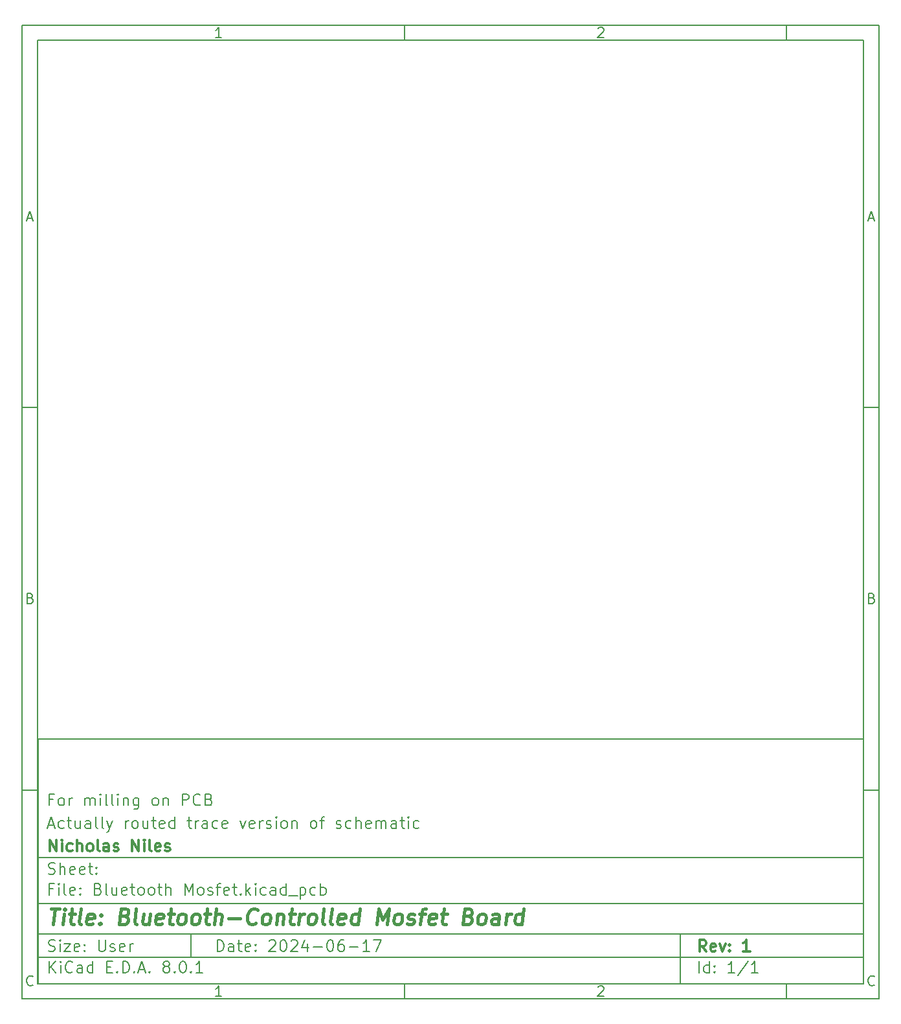
<source format=gbr>
%TF.GenerationSoftware,KiCad,Pcbnew,8.0.1*%
%TF.CreationDate,2024-06-17T11:29:09-04:00*%
%TF.ProjectId,Bluetooth Mosfet,426c7565-746f-46f7-9468-204d6f736665,1*%
%TF.SameCoordinates,Original*%
%TF.FileFunction,Legend,Bot*%
%TF.FilePolarity,Positive*%
%FSLAX46Y46*%
G04 Gerber Fmt 4.6, Leading zero omitted, Abs format (unit mm)*
G04 Created by KiCad (PCBNEW 8.0.1) date 2024-06-17 11:29:09*
%MOMM*%
%LPD*%
G01*
G04 APERTURE LIST*
%ADD10C,0.100000*%
%ADD11C,0.150000*%
%ADD12C,0.300000*%
%ADD13C,0.400000*%
G04 APERTURE END LIST*
D10*
D11*
X12080000Y-103320000D02*
X120080000Y-103320000D01*
X120080000Y-135320000D01*
X12080000Y-135320000D01*
X12080000Y-103320000D01*
D10*
D11*
X10000000Y-10000000D02*
X122080000Y-10000000D01*
X122080000Y-137320000D01*
X10000000Y-137320000D01*
X10000000Y-10000000D01*
D10*
D11*
X12000000Y-12000000D02*
X120080000Y-12000000D01*
X120080000Y-135320000D01*
X12000000Y-135320000D01*
X12000000Y-12000000D01*
D10*
D11*
X60000000Y-12000000D02*
X60000000Y-10000000D01*
D10*
D11*
X110000000Y-12000000D02*
X110000000Y-10000000D01*
D10*
D11*
X36089160Y-11593604D02*
X35346303Y-11593604D01*
X35717731Y-11593604D02*
X35717731Y-10293604D01*
X35717731Y-10293604D02*
X35593922Y-10479319D01*
X35593922Y-10479319D02*
X35470112Y-10603128D01*
X35470112Y-10603128D02*
X35346303Y-10665033D01*
D10*
D11*
X85346303Y-10417414D02*
X85408207Y-10355509D01*
X85408207Y-10355509D02*
X85532017Y-10293604D01*
X85532017Y-10293604D02*
X85841541Y-10293604D01*
X85841541Y-10293604D02*
X85965350Y-10355509D01*
X85965350Y-10355509D02*
X86027255Y-10417414D01*
X86027255Y-10417414D02*
X86089160Y-10541223D01*
X86089160Y-10541223D02*
X86089160Y-10665033D01*
X86089160Y-10665033D02*
X86027255Y-10850747D01*
X86027255Y-10850747D02*
X85284398Y-11593604D01*
X85284398Y-11593604D02*
X86089160Y-11593604D01*
D10*
D11*
X60000000Y-135320000D02*
X60000000Y-137320000D01*
D10*
D11*
X110000000Y-135320000D02*
X110000000Y-137320000D01*
D10*
D11*
X36089160Y-136913604D02*
X35346303Y-136913604D01*
X35717731Y-136913604D02*
X35717731Y-135613604D01*
X35717731Y-135613604D02*
X35593922Y-135799319D01*
X35593922Y-135799319D02*
X35470112Y-135923128D01*
X35470112Y-135923128D02*
X35346303Y-135985033D01*
D10*
D11*
X85346303Y-135737414D02*
X85408207Y-135675509D01*
X85408207Y-135675509D02*
X85532017Y-135613604D01*
X85532017Y-135613604D02*
X85841541Y-135613604D01*
X85841541Y-135613604D02*
X85965350Y-135675509D01*
X85965350Y-135675509D02*
X86027255Y-135737414D01*
X86027255Y-135737414D02*
X86089160Y-135861223D01*
X86089160Y-135861223D02*
X86089160Y-135985033D01*
X86089160Y-135985033D02*
X86027255Y-136170747D01*
X86027255Y-136170747D02*
X85284398Y-136913604D01*
X85284398Y-136913604D02*
X86089160Y-136913604D01*
D10*
D11*
X10000000Y-60000000D02*
X12000000Y-60000000D01*
D10*
D11*
X10000000Y-110000000D02*
X12000000Y-110000000D01*
D10*
D11*
X10690476Y-35222176D02*
X11309523Y-35222176D01*
X10566666Y-35593604D02*
X10999999Y-34293604D01*
X10999999Y-34293604D02*
X11433333Y-35593604D01*
D10*
D11*
X11092857Y-84912652D02*
X11278571Y-84974557D01*
X11278571Y-84974557D02*
X11340476Y-85036461D01*
X11340476Y-85036461D02*
X11402380Y-85160271D01*
X11402380Y-85160271D02*
X11402380Y-85345985D01*
X11402380Y-85345985D02*
X11340476Y-85469795D01*
X11340476Y-85469795D02*
X11278571Y-85531700D01*
X11278571Y-85531700D02*
X11154761Y-85593604D01*
X11154761Y-85593604D02*
X10659523Y-85593604D01*
X10659523Y-85593604D02*
X10659523Y-84293604D01*
X10659523Y-84293604D02*
X11092857Y-84293604D01*
X11092857Y-84293604D02*
X11216666Y-84355509D01*
X11216666Y-84355509D02*
X11278571Y-84417414D01*
X11278571Y-84417414D02*
X11340476Y-84541223D01*
X11340476Y-84541223D02*
X11340476Y-84665033D01*
X11340476Y-84665033D02*
X11278571Y-84788842D01*
X11278571Y-84788842D02*
X11216666Y-84850747D01*
X11216666Y-84850747D02*
X11092857Y-84912652D01*
X11092857Y-84912652D02*
X10659523Y-84912652D01*
D10*
D11*
X11402380Y-135469795D02*
X11340476Y-135531700D01*
X11340476Y-135531700D02*
X11154761Y-135593604D01*
X11154761Y-135593604D02*
X11030952Y-135593604D01*
X11030952Y-135593604D02*
X10845238Y-135531700D01*
X10845238Y-135531700D02*
X10721428Y-135407890D01*
X10721428Y-135407890D02*
X10659523Y-135284080D01*
X10659523Y-135284080D02*
X10597619Y-135036461D01*
X10597619Y-135036461D02*
X10597619Y-134850747D01*
X10597619Y-134850747D02*
X10659523Y-134603128D01*
X10659523Y-134603128D02*
X10721428Y-134479319D01*
X10721428Y-134479319D02*
X10845238Y-134355509D01*
X10845238Y-134355509D02*
X11030952Y-134293604D01*
X11030952Y-134293604D02*
X11154761Y-134293604D01*
X11154761Y-134293604D02*
X11340476Y-134355509D01*
X11340476Y-134355509D02*
X11402380Y-134417414D01*
D10*
D11*
X122080000Y-60000000D02*
X120080000Y-60000000D01*
D10*
D11*
X122080000Y-110000000D02*
X120080000Y-110000000D01*
D10*
D11*
X120770476Y-35222176D02*
X121389523Y-35222176D01*
X120646666Y-35593604D02*
X121079999Y-34293604D01*
X121079999Y-34293604D02*
X121513333Y-35593604D01*
D10*
D11*
X121172857Y-84912652D02*
X121358571Y-84974557D01*
X121358571Y-84974557D02*
X121420476Y-85036461D01*
X121420476Y-85036461D02*
X121482380Y-85160271D01*
X121482380Y-85160271D02*
X121482380Y-85345985D01*
X121482380Y-85345985D02*
X121420476Y-85469795D01*
X121420476Y-85469795D02*
X121358571Y-85531700D01*
X121358571Y-85531700D02*
X121234761Y-85593604D01*
X121234761Y-85593604D02*
X120739523Y-85593604D01*
X120739523Y-85593604D02*
X120739523Y-84293604D01*
X120739523Y-84293604D02*
X121172857Y-84293604D01*
X121172857Y-84293604D02*
X121296666Y-84355509D01*
X121296666Y-84355509D02*
X121358571Y-84417414D01*
X121358571Y-84417414D02*
X121420476Y-84541223D01*
X121420476Y-84541223D02*
X121420476Y-84665033D01*
X121420476Y-84665033D02*
X121358571Y-84788842D01*
X121358571Y-84788842D02*
X121296666Y-84850747D01*
X121296666Y-84850747D02*
X121172857Y-84912652D01*
X121172857Y-84912652D02*
X120739523Y-84912652D01*
D10*
D11*
X121482380Y-135469795D02*
X121420476Y-135531700D01*
X121420476Y-135531700D02*
X121234761Y-135593604D01*
X121234761Y-135593604D02*
X121110952Y-135593604D01*
X121110952Y-135593604D02*
X120925238Y-135531700D01*
X120925238Y-135531700D02*
X120801428Y-135407890D01*
X120801428Y-135407890D02*
X120739523Y-135284080D01*
X120739523Y-135284080D02*
X120677619Y-135036461D01*
X120677619Y-135036461D02*
X120677619Y-134850747D01*
X120677619Y-134850747D02*
X120739523Y-134603128D01*
X120739523Y-134603128D02*
X120801428Y-134479319D01*
X120801428Y-134479319D02*
X120925238Y-134355509D01*
X120925238Y-134355509D02*
X121110952Y-134293604D01*
X121110952Y-134293604D02*
X121234761Y-134293604D01*
X121234761Y-134293604D02*
X121420476Y-134355509D01*
X121420476Y-134355509D02*
X121482380Y-134417414D01*
D10*
D11*
X35535826Y-131106128D02*
X35535826Y-129606128D01*
X35535826Y-129606128D02*
X35892969Y-129606128D01*
X35892969Y-129606128D02*
X36107255Y-129677557D01*
X36107255Y-129677557D02*
X36250112Y-129820414D01*
X36250112Y-129820414D02*
X36321541Y-129963271D01*
X36321541Y-129963271D02*
X36392969Y-130248985D01*
X36392969Y-130248985D02*
X36392969Y-130463271D01*
X36392969Y-130463271D02*
X36321541Y-130748985D01*
X36321541Y-130748985D02*
X36250112Y-130891842D01*
X36250112Y-130891842D02*
X36107255Y-131034700D01*
X36107255Y-131034700D02*
X35892969Y-131106128D01*
X35892969Y-131106128D02*
X35535826Y-131106128D01*
X37678684Y-131106128D02*
X37678684Y-130320414D01*
X37678684Y-130320414D02*
X37607255Y-130177557D01*
X37607255Y-130177557D02*
X37464398Y-130106128D01*
X37464398Y-130106128D02*
X37178684Y-130106128D01*
X37178684Y-130106128D02*
X37035826Y-130177557D01*
X37678684Y-131034700D02*
X37535826Y-131106128D01*
X37535826Y-131106128D02*
X37178684Y-131106128D01*
X37178684Y-131106128D02*
X37035826Y-131034700D01*
X37035826Y-131034700D02*
X36964398Y-130891842D01*
X36964398Y-130891842D02*
X36964398Y-130748985D01*
X36964398Y-130748985D02*
X37035826Y-130606128D01*
X37035826Y-130606128D02*
X37178684Y-130534700D01*
X37178684Y-130534700D02*
X37535826Y-130534700D01*
X37535826Y-130534700D02*
X37678684Y-130463271D01*
X38178684Y-130106128D02*
X38750112Y-130106128D01*
X38392969Y-129606128D02*
X38392969Y-130891842D01*
X38392969Y-130891842D02*
X38464398Y-131034700D01*
X38464398Y-131034700D02*
X38607255Y-131106128D01*
X38607255Y-131106128D02*
X38750112Y-131106128D01*
X39821541Y-131034700D02*
X39678684Y-131106128D01*
X39678684Y-131106128D02*
X39392970Y-131106128D01*
X39392970Y-131106128D02*
X39250112Y-131034700D01*
X39250112Y-131034700D02*
X39178684Y-130891842D01*
X39178684Y-130891842D02*
X39178684Y-130320414D01*
X39178684Y-130320414D02*
X39250112Y-130177557D01*
X39250112Y-130177557D02*
X39392970Y-130106128D01*
X39392970Y-130106128D02*
X39678684Y-130106128D01*
X39678684Y-130106128D02*
X39821541Y-130177557D01*
X39821541Y-130177557D02*
X39892970Y-130320414D01*
X39892970Y-130320414D02*
X39892970Y-130463271D01*
X39892970Y-130463271D02*
X39178684Y-130606128D01*
X40535826Y-130963271D02*
X40607255Y-131034700D01*
X40607255Y-131034700D02*
X40535826Y-131106128D01*
X40535826Y-131106128D02*
X40464398Y-131034700D01*
X40464398Y-131034700D02*
X40535826Y-130963271D01*
X40535826Y-130963271D02*
X40535826Y-131106128D01*
X40535826Y-130177557D02*
X40607255Y-130248985D01*
X40607255Y-130248985D02*
X40535826Y-130320414D01*
X40535826Y-130320414D02*
X40464398Y-130248985D01*
X40464398Y-130248985D02*
X40535826Y-130177557D01*
X40535826Y-130177557D02*
X40535826Y-130320414D01*
X42321541Y-129748985D02*
X42392969Y-129677557D01*
X42392969Y-129677557D02*
X42535827Y-129606128D01*
X42535827Y-129606128D02*
X42892969Y-129606128D01*
X42892969Y-129606128D02*
X43035827Y-129677557D01*
X43035827Y-129677557D02*
X43107255Y-129748985D01*
X43107255Y-129748985D02*
X43178684Y-129891842D01*
X43178684Y-129891842D02*
X43178684Y-130034700D01*
X43178684Y-130034700D02*
X43107255Y-130248985D01*
X43107255Y-130248985D02*
X42250112Y-131106128D01*
X42250112Y-131106128D02*
X43178684Y-131106128D01*
X44107255Y-129606128D02*
X44250112Y-129606128D01*
X44250112Y-129606128D02*
X44392969Y-129677557D01*
X44392969Y-129677557D02*
X44464398Y-129748985D01*
X44464398Y-129748985D02*
X44535826Y-129891842D01*
X44535826Y-129891842D02*
X44607255Y-130177557D01*
X44607255Y-130177557D02*
X44607255Y-130534700D01*
X44607255Y-130534700D02*
X44535826Y-130820414D01*
X44535826Y-130820414D02*
X44464398Y-130963271D01*
X44464398Y-130963271D02*
X44392969Y-131034700D01*
X44392969Y-131034700D02*
X44250112Y-131106128D01*
X44250112Y-131106128D02*
X44107255Y-131106128D01*
X44107255Y-131106128D02*
X43964398Y-131034700D01*
X43964398Y-131034700D02*
X43892969Y-130963271D01*
X43892969Y-130963271D02*
X43821540Y-130820414D01*
X43821540Y-130820414D02*
X43750112Y-130534700D01*
X43750112Y-130534700D02*
X43750112Y-130177557D01*
X43750112Y-130177557D02*
X43821540Y-129891842D01*
X43821540Y-129891842D02*
X43892969Y-129748985D01*
X43892969Y-129748985D02*
X43964398Y-129677557D01*
X43964398Y-129677557D02*
X44107255Y-129606128D01*
X45178683Y-129748985D02*
X45250111Y-129677557D01*
X45250111Y-129677557D02*
X45392969Y-129606128D01*
X45392969Y-129606128D02*
X45750111Y-129606128D01*
X45750111Y-129606128D02*
X45892969Y-129677557D01*
X45892969Y-129677557D02*
X45964397Y-129748985D01*
X45964397Y-129748985D02*
X46035826Y-129891842D01*
X46035826Y-129891842D02*
X46035826Y-130034700D01*
X46035826Y-130034700D02*
X45964397Y-130248985D01*
X45964397Y-130248985D02*
X45107254Y-131106128D01*
X45107254Y-131106128D02*
X46035826Y-131106128D01*
X47321540Y-130106128D02*
X47321540Y-131106128D01*
X46964397Y-129534700D02*
X46607254Y-130606128D01*
X46607254Y-130606128D02*
X47535825Y-130606128D01*
X48107253Y-130534700D02*
X49250111Y-130534700D01*
X50250111Y-129606128D02*
X50392968Y-129606128D01*
X50392968Y-129606128D02*
X50535825Y-129677557D01*
X50535825Y-129677557D02*
X50607254Y-129748985D01*
X50607254Y-129748985D02*
X50678682Y-129891842D01*
X50678682Y-129891842D02*
X50750111Y-130177557D01*
X50750111Y-130177557D02*
X50750111Y-130534700D01*
X50750111Y-130534700D02*
X50678682Y-130820414D01*
X50678682Y-130820414D02*
X50607254Y-130963271D01*
X50607254Y-130963271D02*
X50535825Y-131034700D01*
X50535825Y-131034700D02*
X50392968Y-131106128D01*
X50392968Y-131106128D02*
X50250111Y-131106128D01*
X50250111Y-131106128D02*
X50107254Y-131034700D01*
X50107254Y-131034700D02*
X50035825Y-130963271D01*
X50035825Y-130963271D02*
X49964396Y-130820414D01*
X49964396Y-130820414D02*
X49892968Y-130534700D01*
X49892968Y-130534700D02*
X49892968Y-130177557D01*
X49892968Y-130177557D02*
X49964396Y-129891842D01*
X49964396Y-129891842D02*
X50035825Y-129748985D01*
X50035825Y-129748985D02*
X50107254Y-129677557D01*
X50107254Y-129677557D02*
X50250111Y-129606128D01*
X52035825Y-129606128D02*
X51750110Y-129606128D01*
X51750110Y-129606128D02*
X51607253Y-129677557D01*
X51607253Y-129677557D02*
X51535825Y-129748985D01*
X51535825Y-129748985D02*
X51392967Y-129963271D01*
X51392967Y-129963271D02*
X51321539Y-130248985D01*
X51321539Y-130248985D02*
X51321539Y-130820414D01*
X51321539Y-130820414D02*
X51392967Y-130963271D01*
X51392967Y-130963271D02*
X51464396Y-131034700D01*
X51464396Y-131034700D02*
X51607253Y-131106128D01*
X51607253Y-131106128D02*
X51892967Y-131106128D01*
X51892967Y-131106128D02*
X52035825Y-131034700D01*
X52035825Y-131034700D02*
X52107253Y-130963271D01*
X52107253Y-130963271D02*
X52178682Y-130820414D01*
X52178682Y-130820414D02*
X52178682Y-130463271D01*
X52178682Y-130463271D02*
X52107253Y-130320414D01*
X52107253Y-130320414D02*
X52035825Y-130248985D01*
X52035825Y-130248985D02*
X51892967Y-130177557D01*
X51892967Y-130177557D02*
X51607253Y-130177557D01*
X51607253Y-130177557D02*
X51464396Y-130248985D01*
X51464396Y-130248985D02*
X51392967Y-130320414D01*
X51392967Y-130320414D02*
X51321539Y-130463271D01*
X52821538Y-130534700D02*
X53964396Y-130534700D01*
X55464396Y-131106128D02*
X54607253Y-131106128D01*
X55035824Y-131106128D02*
X55035824Y-129606128D01*
X55035824Y-129606128D02*
X54892967Y-129820414D01*
X54892967Y-129820414D02*
X54750110Y-129963271D01*
X54750110Y-129963271D02*
X54607253Y-130034700D01*
X55964395Y-129606128D02*
X56964395Y-129606128D01*
X56964395Y-129606128D02*
X56321538Y-131106128D01*
D10*
D11*
X12080000Y-131820000D02*
X120080000Y-131820000D01*
D10*
D11*
X13535826Y-133906128D02*
X13535826Y-132406128D01*
X14392969Y-133906128D02*
X13750112Y-133048985D01*
X14392969Y-132406128D02*
X13535826Y-133263271D01*
X15035826Y-133906128D02*
X15035826Y-132906128D01*
X15035826Y-132406128D02*
X14964398Y-132477557D01*
X14964398Y-132477557D02*
X15035826Y-132548985D01*
X15035826Y-132548985D02*
X15107255Y-132477557D01*
X15107255Y-132477557D02*
X15035826Y-132406128D01*
X15035826Y-132406128D02*
X15035826Y-132548985D01*
X16607255Y-133763271D02*
X16535827Y-133834700D01*
X16535827Y-133834700D02*
X16321541Y-133906128D01*
X16321541Y-133906128D02*
X16178684Y-133906128D01*
X16178684Y-133906128D02*
X15964398Y-133834700D01*
X15964398Y-133834700D02*
X15821541Y-133691842D01*
X15821541Y-133691842D02*
X15750112Y-133548985D01*
X15750112Y-133548985D02*
X15678684Y-133263271D01*
X15678684Y-133263271D02*
X15678684Y-133048985D01*
X15678684Y-133048985D02*
X15750112Y-132763271D01*
X15750112Y-132763271D02*
X15821541Y-132620414D01*
X15821541Y-132620414D02*
X15964398Y-132477557D01*
X15964398Y-132477557D02*
X16178684Y-132406128D01*
X16178684Y-132406128D02*
X16321541Y-132406128D01*
X16321541Y-132406128D02*
X16535827Y-132477557D01*
X16535827Y-132477557D02*
X16607255Y-132548985D01*
X17892970Y-133906128D02*
X17892970Y-133120414D01*
X17892970Y-133120414D02*
X17821541Y-132977557D01*
X17821541Y-132977557D02*
X17678684Y-132906128D01*
X17678684Y-132906128D02*
X17392970Y-132906128D01*
X17392970Y-132906128D02*
X17250112Y-132977557D01*
X17892970Y-133834700D02*
X17750112Y-133906128D01*
X17750112Y-133906128D02*
X17392970Y-133906128D01*
X17392970Y-133906128D02*
X17250112Y-133834700D01*
X17250112Y-133834700D02*
X17178684Y-133691842D01*
X17178684Y-133691842D02*
X17178684Y-133548985D01*
X17178684Y-133548985D02*
X17250112Y-133406128D01*
X17250112Y-133406128D02*
X17392970Y-133334700D01*
X17392970Y-133334700D02*
X17750112Y-133334700D01*
X17750112Y-133334700D02*
X17892970Y-133263271D01*
X19250113Y-133906128D02*
X19250113Y-132406128D01*
X19250113Y-133834700D02*
X19107255Y-133906128D01*
X19107255Y-133906128D02*
X18821541Y-133906128D01*
X18821541Y-133906128D02*
X18678684Y-133834700D01*
X18678684Y-133834700D02*
X18607255Y-133763271D01*
X18607255Y-133763271D02*
X18535827Y-133620414D01*
X18535827Y-133620414D02*
X18535827Y-133191842D01*
X18535827Y-133191842D02*
X18607255Y-133048985D01*
X18607255Y-133048985D02*
X18678684Y-132977557D01*
X18678684Y-132977557D02*
X18821541Y-132906128D01*
X18821541Y-132906128D02*
X19107255Y-132906128D01*
X19107255Y-132906128D02*
X19250113Y-132977557D01*
X21107255Y-133120414D02*
X21607255Y-133120414D01*
X21821541Y-133906128D02*
X21107255Y-133906128D01*
X21107255Y-133906128D02*
X21107255Y-132406128D01*
X21107255Y-132406128D02*
X21821541Y-132406128D01*
X22464398Y-133763271D02*
X22535827Y-133834700D01*
X22535827Y-133834700D02*
X22464398Y-133906128D01*
X22464398Y-133906128D02*
X22392970Y-133834700D01*
X22392970Y-133834700D02*
X22464398Y-133763271D01*
X22464398Y-133763271D02*
X22464398Y-133906128D01*
X23178684Y-133906128D02*
X23178684Y-132406128D01*
X23178684Y-132406128D02*
X23535827Y-132406128D01*
X23535827Y-132406128D02*
X23750113Y-132477557D01*
X23750113Y-132477557D02*
X23892970Y-132620414D01*
X23892970Y-132620414D02*
X23964399Y-132763271D01*
X23964399Y-132763271D02*
X24035827Y-133048985D01*
X24035827Y-133048985D02*
X24035827Y-133263271D01*
X24035827Y-133263271D02*
X23964399Y-133548985D01*
X23964399Y-133548985D02*
X23892970Y-133691842D01*
X23892970Y-133691842D02*
X23750113Y-133834700D01*
X23750113Y-133834700D02*
X23535827Y-133906128D01*
X23535827Y-133906128D02*
X23178684Y-133906128D01*
X24678684Y-133763271D02*
X24750113Y-133834700D01*
X24750113Y-133834700D02*
X24678684Y-133906128D01*
X24678684Y-133906128D02*
X24607256Y-133834700D01*
X24607256Y-133834700D02*
X24678684Y-133763271D01*
X24678684Y-133763271D02*
X24678684Y-133906128D01*
X25321542Y-133477557D02*
X26035828Y-133477557D01*
X25178685Y-133906128D02*
X25678685Y-132406128D01*
X25678685Y-132406128D02*
X26178685Y-133906128D01*
X26678684Y-133763271D02*
X26750113Y-133834700D01*
X26750113Y-133834700D02*
X26678684Y-133906128D01*
X26678684Y-133906128D02*
X26607256Y-133834700D01*
X26607256Y-133834700D02*
X26678684Y-133763271D01*
X26678684Y-133763271D02*
X26678684Y-133906128D01*
X28750113Y-133048985D02*
X28607256Y-132977557D01*
X28607256Y-132977557D02*
X28535827Y-132906128D01*
X28535827Y-132906128D02*
X28464399Y-132763271D01*
X28464399Y-132763271D02*
X28464399Y-132691842D01*
X28464399Y-132691842D02*
X28535827Y-132548985D01*
X28535827Y-132548985D02*
X28607256Y-132477557D01*
X28607256Y-132477557D02*
X28750113Y-132406128D01*
X28750113Y-132406128D02*
X29035827Y-132406128D01*
X29035827Y-132406128D02*
X29178685Y-132477557D01*
X29178685Y-132477557D02*
X29250113Y-132548985D01*
X29250113Y-132548985D02*
X29321542Y-132691842D01*
X29321542Y-132691842D02*
X29321542Y-132763271D01*
X29321542Y-132763271D02*
X29250113Y-132906128D01*
X29250113Y-132906128D02*
X29178685Y-132977557D01*
X29178685Y-132977557D02*
X29035827Y-133048985D01*
X29035827Y-133048985D02*
X28750113Y-133048985D01*
X28750113Y-133048985D02*
X28607256Y-133120414D01*
X28607256Y-133120414D02*
X28535827Y-133191842D01*
X28535827Y-133191842D02*
X28464399Y-133334700D01*
X28464399Y-133334700D02*
X28464399Y-133620414D01*
X28464399Y-133620414D02*
X28535827Y-133763271D01*
X28535827Y-133763271D02*
X28607256Y-133834700D01*
X28607256Y-133834700D02*
X28750113Y-133906128D01*
X28750113Y-133906128D02*
X29035827Y-133906128D01*
X29035827Y-133906128D02*
X29178685Y-133834700D01*
X29178685Y-133834700D02*
X29250113Y-133763271D01*
X29250113Y-133763271D02*
X29321542Y-133620414D01*
X29321542Y-133620414D02*
X29321542Y-133334700D01*
X29321542Y-133334700D02*
X29250113Y-133191842D01*
X29250113Y-133191842D02*
X29178685Y-133120414D01*
X29178685Y-133120414D02*
X29035827Y-133048985D01*
X29964398Y-133763271D02*
X30035827Y-133834700D01*
X30035827Y-133834700D02*
X29964398Y-133906128D01*
X29964398Y-133906128D02*
X29892970Y-133834700D01*
X29892970Y-133834700D02*
X29964398Y-133763271D01*
X29964398Y-133763271D02*
X29964398Y-133906128D01*
X30964399Y-132406128D02*
X31107256Y-132406128D01*
X31107256Y-132406128D02*
X31250113Y-132477557D01*
X31250113Y-132477557D02*
X31321542Y-132548985D01*
X31321542Y-132548985D02*
X31392970Y-132691842D01*
X31392970Y-132691842D02*
X31464399Y-132977557D01*
X31464399Y-132977557D02*
X31464399Y-133334700D01*
X31464399Y-133334700D02*
X31392970Y-133620414D01*
X31392970Y-133620414D02*
X31321542Y-133763271D01*
X31321542Y-133763271D02*
X31250113Y-133834700D01*
X31250113Y-133834700D02*
X31107256Y-133906128D01*
X31107256Y-133906128D02*
X30964399Y-133906128D01*
X30964399Y-133906128D02*
X30821542Y-133834700D01*
X30821542Y-133834700D02*
X30750113Y-133763271D01*
X30750113Y-133763271D02*
X30678684Y-133620414D01*
X30678684Y-133620414D02*
X30607256Y-133334700D01*
X30607256Y-133334700D02*
X30607256Y-132977557D01*
X30607256Y-132977557D02*
X30678684Y-132691842D01*
X30678684Y-132691842D02*
X30750113Y-132548985D01*
X30750113Y-132548985D02*
X30821542Y-132477557D01*
X30821542Y-132477557D02*
X30964399Y-132406128D01*
X32107255Y-133763271D02*
X32178684Y-133834700D01*
X32178684Y-133834700D02*
X32107255Y-133906128D01*
X32107255Y-133906128D02*
X32035827Y-133834700D01*
X32035827Y-133834700D02*
X32107255Y-133763271D01*
X32107255Y-133763271D02*
X32107255Y-133906128D01*
X33607256Y-133906128D02*
X32750113Y-133906128D01*
X33178684Y-133906128D02*
X33178684Y-132406128D01*
X33178684Y-132406128D02*
X33035827Y-132620414D01*
X33035827Y-132620414D02*
X32892970Y-132763271D01*
X32892970Y-132763271D02*
X32750113Y-132834700D01*
D10*
D11*
X12080000Y-128820000D02*
X120080000Y-128820000D01*
D10*
D12*
X99491653Y-131098328D02*
X98991653Y-130384042D01*
X98634510Y-131098328D02*
X98634510Y-129598328D01*
X98634510Y-129598328D02*
X99205939Y-129598328D01*
X99205939Y-129598328D02*
X99348796Y-129669757D01*
X99348796Y-129669757D02*
X99420225Y-129741185D01*
X99420225Y-129741185D02*
X99491653Y-129884042D01*
X99491653Y-129884042D02*
X99491653Y-130098328D01*
X99491653Y-130098328D02*
X99420225Y-130241185D01*
X99420225Y-130241185D02*
X99348796Y-130312614D01*
X99348796Y-130312614D02*
X99205939Y-130384042D01*
X99205939Y-130384042D02*
X98634510Y-130384042D01*
X100705939Y-131026900D02*
X100563082Y-131098328D01*
X100563082Y-131098328D02*
X100277368Y-131098328D01*
X100277368Y-131098328D02*
X100134510Y-131026900D01*
X100134510Y-131026900D02*
X100063082Y-130884042D01*
X100063082Y-130884042D02*
X100063082Y-130312614D01*
X100063082Y-130312614D02*
X100134510Y-130169757D01*
X100134510Y-130169757D02*
X100277368Y-130098328D01*
X100277368Y-130098328D02*
X100563082Y-130098328D01*
X100563082Y-130098328D02*
X100705939Y-130169757D01*
X100705939Y-130169757D02*
X100777368Y-130312614D01*
X100777368Y-130312614D02*
X100777368Y-130455471D01*
X100777368Y-130455471D02*
X100063082Y-130598328D01*
X101277367Y-130098328D02*
X101634510Y-131098328D01*
X101634510Y-131098328D02*
X101991653Y-130098328D01*
X102563081Y-130955471D02*
X102634510Y-131026900D01*
X102634510Y-131026900D02*
X102563081Y-131098328D01*
X102563081Y-131098328D02*
X102491653Y-131026900D01*
X102491653Y-131026900D02*
X102563081Y-130955471D01*
X102563081Y-130955471D02*
X102563081Y-131098328D01*
X102563081Y-130169757D02*
X102634510Y-130241185D01*
X102634510Y-130241185D02*
X102563081Y-130312614D01*
X102563081Y-130312614D02*
X102491653Y-130241185D01*
X102491653Y-130241185D02*
X102563081Y-130169757D01*
X102563081Y-130169757D02*
X102563081Y-130312614D01*
X105205939Y-131098328D02*
X104348796Y-131098328D01*
X104777367Y-131098328D02*
X104777367Y-129598328D01*
X104777367Y-129598328D02*
X104634510Y-129812614D01*
X104634510Y-129812614D02*
X104491653Y-129955471D01*
X104491653Y-129955471D02*
X104348796Y-130026900D01*
D10*
D11*
X13464398Y-131034700D02*
X13678684Y-131106128D01*
X13678684Y-131106128D02*
X14035826Y-131106128D01*
X14035826Y-131106128D02*
X14178684Y-131034700D01*
X14178684Y-131034700D02*
X14250112Y-130963271D01*
X14250112Y-130963271D02*
X14321541Y-130820414D01*
X14321541Y-130820414D02*
X14321541Y-130677557D01*
X14321541Y-130677557D02*
X14250112Y-130534700D01*
X14250112Y-130534700D02*
X14178684Y-130463271D01*
X14178684Y-130463271D02*
X14035826Y-130391842D01*
X14035826Y-130391842D02*
X13750112Y-130320414D01*
X13750112Y-130320414D02*
X13607255Y-130248985D01*
X13607255Y-130248985D02*
X13535826Y-130177557D01*
X13535826Y-130177557D02*
X13464398Y-130034700D01*
X13464398Y-130034700D02*
X13464398Y-129891842D01*
X13464398Y-129891842D02*
X13535826Y-129748985D01*
X13535826Y-129748985D02*
X13607255Y-129677557D01*
X13607255Y-129677557D02*
X13750112Y-129606128D01*
X13750112Y-129606128D02*
X14107255Y-129606128D01*
X14107255Y-129606128D02*
X14321541Y-129677557D01*
X14964397Y-131106128D02*
X14964397Y-130106128D01*
X14964397Y-129606128D02*
X14892969Y-129677557D01*
X14892969Y-129677557D02*
X14964397Y-129748985D01*
X14964397Y-129748985D02*
X15035826Y-129677557D01*
X15035826Y-129677557D02*
X14964397Y-129606128D01*
X14964397Y-129606128D02*
X14964397Y-129748985D01*
X15535826Y-130106128D02*
X16321541Y-130106128D01*
X16321541Y-130106128D02*
X15535826Y-131106128D01*
X15535826Y-131106128D02*
X16321541Y-131106128D01*
X17464398Y-131034700D02*
X17321541Y-131106128D01*
X17321541Y-131106128D02*
X17035827Y-131106128D01*
X17035827Y-131106128D02*
X16892969Y-131034700D01*
X16892969Y-131034700D02*
X16821541Y-130891842D01*
X16821541Y-130891842D02*
X16821541Y-130320414D01*
X16821541Y-130320414D02*
X16892969Y-130177557D01*
X16892969Y-130177557D02*
X17035827Y-130106128D01*
X17035827Y-130106128D02*
X17321541Y-130106128D01*
X17321541Y-130106128D02*
X17464398Y-130177557D01*
X17464398Y-130177557D02*
X17535827Y-130320414D01*
X17535827Y-130320414D02*
X17535827Y-130463271D01*
X17535827Y-130463271D02*
X16821541Y-130606128D01*
X18178683Y-130963271D02*
X18250112Y-131034700D01*
X18250112Y-131034700D02*
X18178683Y-131106128D01*
X18178683Y-131106128D02*
X18107255Y-131034700D01*
X18107255Y-131034700D02*
X18178683Y-130963271D01*
X18178683Y-130963271D02*
X18178683Y-131106128D01*
X18178683Y-130177557D02*
X18250112Y-130248985D01*
X18250112Y-130248985D02*
X18178683Y-130320414D01*
X18178683Y-130320414D02*
X18107255Y-130248985D01*
X18107255Y-130248985D02*
X18178683Y-130177557D01*
X18178683Y-130177557D02*
X18178683Y-130320414D01*
X20035826Y-129606128D02*
X20035826Y-130820414D01*
X20035826Y-130820414D02*
X20107255Y-130963271D01*
X20107255Y-130963271D02*
X20178684Y-131034700D01*
X20178684Y-131034700D02*
X20321541Y-131106128D01*
X20321541Y-131106128D02*
X20607255Y-131106128D01*
X20607255Y-131106128D02*
X20750112Y-131034700D01*
X20750112Y-131034700D02*
X20821541Y-130963271D01*
X20821541Y-130963271D02*
X20892969Y-130820414D01*
X20892969Y-130820414D02*
X20892969Y-129606128D01*
X21535827Y-131034700D02*
X21678684Y-131106128D01*
X21678684Y-131106128D02*
X21964398Y-131106128D01*
X21964398Y-131106128D02*
X22107255Y-131034700D01*
X22107255Y-131034700D02*
X22178684Y-130891842D01*
X22178684Y-130891842D02*
X22178684Y-130820414D01*
X22178684Y-130820414D02*
X22107255Y-130677557D01*
X22107255Y-130677557D02*
X21964398Y-130606128D01*
X21964398Y-130606128D02*
X21750113Y-130606128D01*
X21750113Y-130606128D02*
X21607255Y-130534700D01*
X21607255Y-130534700D02*
X21535827Y-130391842D01*
X21535827Y-130391842D02*
X21535827Y-130320414D01*
X21535827Y-130320414D02*
X21607255Y-130177557D01*
X21607255Y-130177557D02*
X21750113Y-130106128D01*
X21750113Y-130106128D02*
X21964398Y-130106128D01*
X21964398Y-130106128D02*
X22107255Y-130177557D01*
X23392970Y-131034700D02*
X23250113Y-131106128D01*
X23250113Y-131106128D02*
X22964399Y-131106128D01*
X22964399Y-131106128D02*
X22821541Y-131034700D01*
X22821541Y-131034700D02*
X22750113Y-130891842D01*
X22750113Y-130891842D02*
X22750113Y-130320414D01*
X22750113Y-130320414D02*
X22821541Y-130177557D01*
X22821541Y-130177557D02*
X22964399Y-130106128D01*
X22964399Y-130106128D02*
X23250113Y-130106128D01*
X23250113Y-130106128D02*
X23392970Y-130177557D01*
X23392970Y-130177557D02*
X23464399Y-130320414D01*
X23464399Y-130320414D02*
X23464399Y-130463271D01*
X23464399Y-130463271D02*
X22750113Y-130606128D01*
X24107255Y-131106128D02*
X24107255Y-130106128D01*
X24107255Y-130391842D02*
X24178684Y-130248985D01*
X24178684Y-130248985D02*
X24250113Y-130177557D01*
X24250113Y-130177557D02*
X24392970Y-130106128D01*
X24392970Y-130106128D02*
X24535827Y-130106128D01*
D10*
D11*
X98535826Y-133906128D02*
X98535826Y-132406128D01*
X99892970Y-133906128D02*
X99892970Y-132406128D01*
X99892970Y-133834700D02*
X99750112Y-133906128D01*
X99750112Y-133906128D02*
X99464398Y-133906128D01*
X99464398Y-133906128D02*
X99321541Y-133834700D01*
X99321541Y-133834700D02*
X99250112Y-133763271D01*
X99250112Y-133763271D02*
X99178684Y-133620414D01*
X99178684Y-133620414D02*
X99178684Y-133191842D01*
X99178684Y-133191842D02*
X99250112Y-133048985D01*
X99250112Y-133048985D02*
X99321541Y-132977557D01*
X99321541Y-132977557D02*
X99464398Y-132906128D01*
X99464398Y-132906128D02*
X99750112Y-132906128D01*
X99750112Y-132906128D02*
X99892970Y-132977557D01*
X100607255Y-133763271D02*
X100678684Y-133834700D01*
X100678684Y-133834700D02*
X100607255Y-133906128D01*
X100607255Y-133906128D02*
X100535827Y-133834700D01*
X100535827Y-133834700D02*
X100607255Y-133763271D01*
X100607255Y-133763271D02*
X100607255Y-133906128D01*
X100607255Y-132977557D02*
X100678684Y-133048985D01*
X100678684Y-133048985D02*
X100607255Y-133120414D01*
X100607255Y-133120414D02*
X100535827Y-133048985D01*
X100535827Y-133048985D02*
X100607255Y-132977557D01*
X100607255Y-132977557D02*
X100607255Y-133120414D01*
X103250113Y-133906128D02*
X102392970Y-133906128D01*
X102821541Y-133906128D02*
X102821541Y-132406128D01*
X102821541Y-132406128D02*
X102678684Y-132620414D01*
X102678684Y-132620414D02*
X102535827Y-132763271D01*
X102535827Y-132763271D02*
X102392970Y-132834700D01*
X104964398Y-132334700D02*
X103678684Y-134263271D01*
X106250113Y-133906128D02*
X105392970Y-133906128D01*
X105821541Y-133906128D02*
X105821541Y-132406128D01*
X105821541Y-132406128D02*
X105678684Y-132620414D01*
X105678684Y-132620414D02*
X105535827Y-132763271D01*
X105535827Y-132763271D02*
X105392970Y-132834700D01*
D10*
D11*
X12080000Y-124820000D02*
X120080000Y-124820000D01*
D10*
D13*
X13771728Y-125524438D02*
X14914585Y-125524438D01*
X14093157Y-127524438D02*
X14343157Y-125524438D01*
X15331252Y-127524438D02*
X15497919Y-126191104D01*
X15581252Y-125524438D02*
X15474109Y-125619676D01*
X15474109Y-125619676D02*
X15557443Y-125714914D01*
X15557443Y-125714914D02*
X15664586Y-125619676D01*
X15664586Y-125619676D02*
X15581252Y-125524438D01*
X15581252Y-125524438D02*
X15557443Y-125714914D01*
X16164586Y-126191104D02*
X16926490Y-126191104D01*
X16533633Y-125524438D02*
X16319348Y-127238723D01*
X16319348Y-127238723D02*
X16390776Y-127429200D01*
X16390776Y-127429200D02*
X16569348Y-127524438D01*
X16569348Y-127524438D02*
X16759824Y-127524438D01*
X17712205Y-127524438D02*
X17533633Y-127429200D01*
X17533633Y-127429200D02*
X17462205Y-127238723D01*
X17462205Y-127238723D02*
X17676490Y-125524438D01*
X19247919Y-127429200D02*
X19045538Y-127524438D01*
X19045538Y-127524438D02*
X18664585Y-127524438D01*
X18664585Y-127524438D02*
X18486014Y-127429200D01*
X18486014Y-127429200D02*
X18414585Y-127238723D01*
X18414585Y-127238723D02*
X18509824Y-126476819D01*
X18509824Y-126476819D02*
X18628871Y-126286342D01*
X18628871Y-126286342D02*
X18831252Y-126191104D01*
X18831252Y-126191104D02*
X19212204Y-126191104D01*
X19212204Y-126191104D02*
X19390776Y-126286342D01*
X19390776Y-126286342D02*
X19462204Y-126476819D01*
X19462204Y-126476819D02*
X19438395Y-126667295D01*
X19438395Y-126667295D02*
X18462204Y-126857771D01*
X20212205Y-127333961D02*
X20295538Y-127429200D01*
X20295538Y-127429200D02*
X20188395Y-127524438D01*
X20188395Y-127524438D02*
X20105062Y-127429200D01*
X20105062Y-127429200D02*
X20212205Y-127333961D01*
X20212205Y-127333961D02*
X20188395Y-127524438D01*
X20343157Y-126286342D02*
X20426490Y-126381580D01*
X20426490Y-126381580D02*
X20319348Y-126476819D01*
X20319348Y-126476819D02*
X20236014Y-126381580D01*
X20236014Y-126381580D02*
X20343157Y-126286342D01*
X20343157Y-126286342D02*
X20319348Y-126476819D01*
X23462205Y-126476819D02*
X23736015Y-126572057D01*
X23736015Y-126572057D02*
X23819348Y-126667295D01*
X23819348Y-126667295D02*
X23890777Y-126857771D01*
X23890777Y-126857771D02*
X23855062Y-127143485D01*
X23855062Y-127143485D02*
X23736015Y-127333961D01*
X23736015Y-127333961D02*
X23628872Y-127429200D01*
X23628872Y-127429200D02*
X23426491Y-127524438D01*
X23426491Y-127524438D02*
X22664586Y-127524438D01*
X22664586Y-127524438D02*
X22914586Y-125524438D01*
X22914586Y-125524438D02*
X23581253Y-125524438D01*
X23581253Y-125524438D02*
X23759824Y-125619676D01*
X23759824Y-125619676D02*
X23843158Y-125714914D01*
X23843158Y-125714914D02*
X23914586Y-125905390D01*
X23914586Y-125905390D02*
X23890777Y-126095866D01*
X23890777Y-126095866D02*
X23771729Y-126286342D01*
X23771729Y-126286342D02*
X23664586Y-126381580D01*
X23664586Y-126381580D02*
X23462205Y-126476819D01*
X23462205Y-126476819D02*
X22795539Y-126476819D01*
X24950301Y-127524438D02*
X24771729Y-127429200D01*
X24771729Y-127429200D02*
X24700301Y-127238723D01*
X24700301Y-127238723D02*
X24914586Y-125524438D01*
X26736015Y-126191104D02*
X26569348Y-127524438D01*
X25878872Y-126191104D02*
X25747920Y-127238723D01*
X25747920Y-127238723D02*
X25819348Y-127429200D01*
X25819348Y-127429200D02*
X25997920Y-127524438D01*
X25997920Y-127524438D02*
X26283634Y-127524438D01*
X26283634Y-127524438D02*
X26486015Y-127429200D01*
X26486015Y-127429200D02*
X26593158Y-127333961D01*
X28295539Y-127429200D02*
X28093158Y-127524438D01*
X28093158Y-127524438D02*
X27712205Y-127524438D01*
X27712205Y-127524438D02*
X27533634Y-127429200D01*
X27533634Y-127429200D02*
X27462205Y-127238723D01*
X27462205Y-127238723D02*
X27557444Y-126476819D01*
X27557444Y-126476819D02*
X27676491Y-126286342D01*
X27676491Y-126286342D02*
X27878872Y-126191104D01*
X27878872Y-126191104D02*
X28259824Y-126191104D01*
X28259824Y-126191104D02*
X28438396Y-126286342D01*
X28438396Y-126286342D02*
X28509824Y-126476819D01*
X28509824Y-126476819D02*
X28486015Y-126667295D01*
X28486015Y-126667295D02*
X27509824Y-126857771D01*
X29116968Y-126191104D02*
X29878872Y-126191104D01*
X29486015Y-125524438D02*
X29271730Y-127238723D01*
X29271730Y-127238723D02*
X29343158Y-127429200D01*
X29343158Y-127429200D02*
X29521730Y-127524438D01*
X29521730Y-127524438D02*
X29712206Y-127524438D01*
X30664587Y-127524438D02*
X30486015Y-127429200D01*
X30486015Y-127429200D02*
X30402682Y-127333961D01*
X30402682Y-127333961D02*
X30331253Y-127143485D01*
X30331253Y-127143485D02*
X30402682Y-126572057D01*
X30402682Y-126572057D02*
X30521729Y-126381580D01*
X30521729Y-126381580D02*
X30628872Y-126286342D01*
X30628872Y-126286342D02*
X30831253Y-126191104D01*
X30831253Y-126191104D02*
X31116967Y-126191104D01*
X31116967Y-126191104D02*
X31295539Y-126286342D01*
X31295539Y-126286342D02*
X31378872Y-126381580D01*
X31378872Y-126381580D02*
X31450301Y-126572057D01*
X31450301Y-126572057D02*
X31378872Y-127143485D01*
X31378872Y-127143485D02*
X31259825Y-127333961D01*
X31259825Y-127333961D02*
X31152682Y-127429200D01*
X31152682Y-127429200D02*
X30950301Y-127524438D01*
X30950301Y-127524438D02*
X30664587Y-127524438D01*
X32474111Y-127524438D02*
X32295539Y-127429200D01*
X32295539Y-127429200D02*
X32212206Y-127333961D01*
X32212206Y-127333961D02*
X32140777Y-127143485D01*
X32140777Y-127143485D02*
X32212206Y-126572057D01*
X32212206Y-126572057D02*
X32331253Y-126381580D01*
X32331253Y-126381580D02*
X32438396Y-126286342D01*
X32438396Y-126286342D02*
X32640777Y-126191104D01*
X32640777Y-126191104D02*
X32926491Y-126191104D01*
X32926491Y-126191104D02*
X33105063Y-126286342D01*
X33105063Y-126286342D02*
X33188396Y-126381580D01*
X33188396Y-126381580D02*
X33259825Y-126572057D01*
X33259825Y-126572057D02*
X33188396Y-127143485D01*
X33188396Y-127143485D02*
X33069349Y-127333961D01*
X33069349Y-127333961D02*
X32962206Y-127429200D01*
X32962206Y-127429200D02*
X32759825Y-127524438D01*
X32759825Y-127524438D02*
X32474111Y-127524438D01*
X33878873Y-126191104D02*
X34640777Y-126191104D01*
X34247920Y-125524438D02*
X34033635Y-127238723D01*
X34033635Y-127238723D02*
X34105063Y-127429200D01*
X34105063Y-127429200D02*
X34283635Y-127524438D01*
X34283635Y-127524438D02*
X34474111Y-127524438D01*
X35140777Y-127524438D02*
X35390777Y-125524438D01*
X35997920Y-127524438D02*
X36128872Y-126476819D01*
X36128872Y-126476819D02*
X36057444Y-126286342D01*
X36057444Y-126286342D02*
X35878872Y-126191104D01*
X35878872Y-126191104D02*
X35593158Y-126191104D01*
X35593158Y-126191104D02*
X35390777Y-126286342D01*
X35390777Y-126286342D02*
X35283634Y-126381580D01*
X37045539Y-126762533D02*
X38569349Y-126762533D01*
X40593158Y-127333961D02*
X40486015Y-127429200D01*
X40486015Y-127429200D02*
X40188396Y-127524438D01*
X40188396Y-127524438D02*
X39997920Y-127524438D01*
X39997920Y-127524438D02*
X39724110Y-127429200D01*
X39724110Y-127429200D02*
X39557444Y-127238723D01*
X39557444Y-127238723D02*
X39486015Y-127048247D01*
X39486015Y-127048247D02*
X39438396Y-126667295D01*
X39438396Y-126667295D02*
X39474110Y-126381580D01*
X39474110Y-126381580D02*
X39616967Y-126000628D01*
X39616967Y-126000628D02*
X39736015Y-125810152D01*
X39736015Y-125810152D02*
X39950301Y-125619676D01*
X39950301Y-125619676D02*
X40247920Y-125524438D01*
X40247920Y-125524438D02*
X40438396Y-125524438D01*
X40438396Y-125524438D02*
X40712206Y-125619676D01*
X40712206Y-125619676D02*
X40795539Y-125714914D01*
X41712206Y-127524438D02*
X41533634Y-127429200D01*
X41533634Y-127429200D02*
X41450301Y-127333961D01*
X41450301Y-127333961D02*
X41378872Y-127143485D01*
X41378872Y-127143485D02*
X41450301Y-126572057D01*
X41450301Y-126572057D02*
X41569348Y-126381580D01*
X41569348Y-126381580D02*
X41676491Y-126286342D01*
X41676491Y-126286342D02*
X41878872Y-126191104D01*
X41878872Y-126191104D02*
X42164586Y-126191104D01*
X42164586Y-126191104D02*
X42343158Y-126286342D01*
X42343158Y-126286342D02*
X42426491Y-126381580D01*
X42426491Y-126381580D02*
X42497920Y-126572057D01*
X42497920Y-126572057D02*
X42426491Y-127143485D01*
X42426491Y-127143485D02*
X42307444Y-127333961D01*
X42307444Y-127333961D02*
X42200301Y-127429200D01*
X42200301Y-127429200D02*
X41997920Y-127524438D01*
X41997920Y-127524438D02*
X41712206Y-127524438D01*
X43402682Y-126191104D02*
X43236015Y-127524438D01*
X43378872Y-126381580D02*
X43486015Y-126286342D01*
X43486015Y-126286342D02*
X43688396Y-126191104D01*
X43688396Y-126191104D02*
X43974110Y-126191104D01*
X43974110Y-126191104D02*
X44152682Y-126286342D01*
X44152682Y-126286342D02*
X44224110Y-126476819D01*
X44224110Y-126476819D02*
X44093158Y-127524438D01*
X44926492Y-126191104D02*
X45688396Y-126191104D01*
X45295539Y-125524438D02*
X45081254Y-127238723D01*
X45081254Y-127238723D02*
X45152682Y-127429200D01*
X45152682Y-127429200D02*
X45331254Y-127524438D01*
X45331254Y-127524438D02*
X45521730Y-127524438D01*
X46188396Y-127524438D02*
X46355063Y-126191104D01*
X46307444Y-126572057D02*
X46426491Y-126381580D01*
X46426491Y-126381580D02*
X46533634Y-126286342D01*
X46533634Y-126286342D02*
X46736015Y-126191104D01*
X46736015Y-126191104D02*
X46926491Y-126191104D01*
X47712206Y-127524438D02*
X47533634Y-127429200D01*
X47533634Y-127429200D02*
X47450301Y-127333961D01*
X47450301Y-127333961D02*
X47378872Y-127143485D01*
X47378872Y-127143485D02*
X47450301Y-126572057D01*
X47450301Y-126572057D02*
X47569348Y-126381580D01*
X47569348Y-126381580D02*
X47676491Y-126286342D01*
X47676491Y-126286342D02*
X47878872Y-126191104D01*
X47878872Y-126191104D02*
X48164586Y-126191104D01*
X48164586Y-126191104D02*
X48343158Y-126286342D01*
X48343158Y-126286342D02*
X48426491Y-126381580D01*
X48426491Y-126381580D02*
X48497920Y-126572057D01*
X48497920Y-126572057D02*
X48426491Y-127143485D01*
X48426491Y-127143485D02*
X48307444Y-127333961D01*
X48307444Y-127333961D02*
X48200301Y-127429200D01*
X48200301Y-127429200D02*
X47997920Y-127524438D01*
X47997920Y-127524438D02*
X47712206Y-127524438D01*
X49521730Y-127524438D02*
X49343158Y-127429200D01*
X49343158Y-127429200D02*
X49271730Y-127238723D01*
X49271730Y-127238723D02*
X49486015Y-125524438D01*
X50569349Y-127524438D02*
X50390777Y-127429200D01*
X50390777Y-127429200D02*
X50319349Y-127238723D01*
X50319349Y-127238723D02*
X50533634Y-125524438D01*
X52105063Y-127429200D02*
X51902682Y-127524438D01*
X51902682Y-127524438D02*
X51521729Y-127524438D01*
X51521729Y-127524438D02*
X51343158Y-127429200D01*
X51343158Y-127429200D02*
X51271729Y-127238723D01*
X51271729Y-127238723D02*
X51366968Y-126476819D01*
X51366968Y-126476819D02*
X51486015Y-126286342D01*
X51486015Y-126286342D02*
X51688396Y-126191104D01*
X51688396Y-126191104D02*
X52069348Y-126191104D01*
X52069348Y-126191104D02*
X52247920Y-126286342D01*
X52247920Y-126286342D02*
X52319348Y-126476819D01*
X52319348Y-126476819D02*
X52295539Y-126667295D01*
X52295539Y-126667295D02*
X51319348Y-126857771D01*
X53902682Y-127524438D02*
X54152682Y-125524438D01*
X53914587Y-127429200D02*
X53712206Y-127524438D01*
X53712206Y-127524438D02*
X53331254Y-127524438D01*
X53331254Y-127524438D02*
X53152682Y-127429200D01*
X53152682Y-127429200D02*
X53069349Y-127333961D01*
X53069349Y-127333961D02*
X52997920Y-127143485D01*
X52997920Y-127143485D02*
X53069349Y-126572057D01*
X53069349Y-126572057D02*
X53188396Y-126381580D01*
X53188396Y-126381580D02*
X53295539Y-126286342D01*
X53295539Y-126286342D02*
X53497920Y-126191104D01*
X53497920Y-126191104D02*
X53878873Y-126191104D01*
X53878873Y-126191104D02*
X54057444Y-126286342D01*
X56378873Y-127524438D02*
X56628873Y-125524438D01*
X56628873Y-125524438D02*
X57116968Y-126953009D01*
X57116968Y-126953009D02*
X57962207Y-125524438D01*
X57962207Y-125524438D02*
X57712207Y-127524438D01*
X58950302Y-127524438D02*
X58771730Y-127429200D01*
X58771730Y-127429200D02*
X58688397Y-127333961D01*
X58688397Y-127333961D02*
X58616968Y-127143485D01*
X58616968Y-127143485D02*
X58688397Y-126572057D01*
X58688397Y-126572057D02*
X58807444Y-126381580D01*
X58807444Y-126381580D02*
X58914587Y-126286342D01*
X58914587Y-126286342D02*
X59116968Y-126191104D01*
X59116968Y-126191104D02*
X59402682Y-126191104D01*
X59402682Y-126191104D02*
X59581254Y-126286342D01*
X59581254Y-126286342D02*
X59664587Y-126381580D01*
X59664587Y-126381580D02*
X59736016Y-126572057D01*
X59736016Y-126572057D02*
X59664587Y-127143485D01*
X59664587Y-127143485D02*
X59545540Y-127333961D01*
X59545540Y-127333961D02*
X59438397Y-127429200D01*
X59438397Y-127429200D02*
X59236016Y-127524438D01*
X59236016Y-127524438D02*
X58950302Y-127524438D01*
X60390778Y-127429200D02*
X60569349Y-127524438D01*
X60569349Y-127524438D02*
X60950302Y-127524438D01*
X60950302Y-127524438D02*
X61152683Y-127429200D01*
X61152683Y-127429200D02*
X61271730Y-127238723D01*
X61271730Y-127238723D02*
X61283635Y-127143485D01*
X61283635Y-127143485D02*
X61212206Y-126953009D01*
X61212206Y-126953009D02*
X61033635Y-126857771D01*
X61033635Y-126857771D02*
X60747921Y-126857771D01*
X60747921Y-126857771D02*
X60569349Y-126762533D01*
X60569349Y-126762533D02*
X60497921Y-126572057D01*
X60497921Y-126572057D02*
X60509826Y-126476819D01*
X60509826Y-126476819D02*
X60628873Y-126286342D01*
X60628873Y-126286342D02*
X60831254Y-126191104D01*
X60831254Y-126191104D02*
X61116968Y-126191104D01*
X61116968Y-126191104D02*
X61295540Y-126286342D01*
X61974112Y-126191104D02*
X62736016Y-126191104D01*
X62093159Y-127524438D02*
X62307445Y-125810152D01*
X62307445Y-125810152D02*
X62426493Y-125619676D01*
X62426493Y-125619676D02*
X62628874Y-125524438D01*
X62628874Y-125524438D02*
X62819350Y-125524438D01*
X64009826Y-127429200D02*
X63807445Y-127524438D01*
X63807445Y-127524438D02*
X63426492Y-127524438D01*
X63426492Y-127524438D02*
X63247921Y-127429200D01*
X63247921Y-127429200D02*
X63176492Y-127238723D01*
X63176492Y-127238723D02*
X63271731Y-126476819D01*
X63271731Y-126476819D02*
X63390778Y-126286342D01*
X63390778Y-126286342D02*
X63593159Y-126191104D01*
X63593159Y-126191104D02*
X63974111Y-126191104D01*
X63974111Y-126191104D02*
X64152683Y-126286342D01*
X64152683Y-126286342D02*
X64224111Y-126476819D01*
X64224111Y-126476819D02*
X64200302Y-126667295D01*
X64200302Y-126667295D02*
X63224111Y-126857771D01*
X64831255Y-126191104D02*
X65593159Y-126191104D01*
X65200302Y-125524438D02*
X64986017Y-127238723D01*
X64986017Y-127238723D02*
X65057445Y-127429200D01*
X65057445Y-127429200D02*
X65236017Y-127524438D01*
X65236017Y-127524438D02*
X65426493Y-127524438D01*
X68414588Y-126476819D02*
X68688398Y-126572057D01*
X68688398Y-126572057D02*
X68771731Y-126667295D01*
X68771731Y-126667295D02*
X68843160Y-126857771D01*
X68843160Y-126857771D02*
X68807445Y-127143485D01*
X68807445Y-127143485D02*
X68688398Y-127333961D01*
X68688398Y-127333961D02*
X68581255Y-127429200D01*
X68581255Y-127429200D02*
X68378874Y-127524438D01*
X68378874Y-127524438D02*
X67616969Y-127524438D01*
X67616969Y-127524438D02*
X67866969Y-125524438D01*
X67866969Y-125524438D02*
X68533636Y-125524438D01*
X68533636Y-125524438D02*
X68712207Y-125619676D01*
X68712207Y-125619676D02*
X68795541Y-125714914D01*
X68795541Y-125714914D02*
X68866969Y-125905390D01*
X68866969Y-125905390D02*
X68843160Y-126095866D01*
X68843160Y-126095866D02*
X68724112Y-126286342D01*
X68724112Y-126286342D02*
X68616969Y-126381580D01*
X68616969Y-126381580D02*
X68414588Y-126476819D01*
X68414588Y-126476819D02*
X67747922Y-126476819D01*
X69902684Y-127524438D02*
X69724112Y-127429200D01*
X69724112Y-127429200D02*
X69640779Y-127333961D01*
X69640779Y-127333961D02*
X69569350Y-127143485D01*
X69569350Y-127143485D02*
X69640779Y-126572057D01*
X69640779Y-126572057D02*
X69759826Y-126381580D01*
X69759826Y-126381580D02*
X69866969Y-126286342D01*
X69866969Y-126286342D02*
X70069350Y-126191104D01*
X70069350Y-126191104D02*
X70355064Y-126191104D01*
X70355064Y-126191104D02*
X70533636Y-126286342D01*
X70533636Y-126286342D02*
X70616969Y-126381580D01*
X70616969Y-126381580D02*
X70688398Y-126572057D01*
X70688398Y-126572057D02*
X70616969Y-127143485D01*
X70616969Y-127143485D02*
X70497922Y-127333961D01*
X70497922Y-127333961D02*
X70390779Y-127429200D01*
X70390779Y-127429200D02*
X70188398Y-127524438D01*
X70188398Y-127524438D02*
X69902684Y-127524438D01*
X72283636Y-127524438D02*
X72414588Y-126476819D01*
X72414588Y-126476819D02*
X72343160Y-126286342D01*
X72343160Y-126286342D02*
X72164588Y-126191104D01*
X72164588Y-126191104D02*
X71783636Y-126191104D01*
X71783636Y-126191104D02*
X71581255Y-126286342D01*
X72295541Y-127429200D02*
X72093160Y-127524438D01*
X72093160Y-127524438D02*
X71616969Y-127524438D01*
X71616969Y-127524438D02*
X71438398Y-127429200D01*
X71438398Y-127429200D02*
X71366969Y-127238723D01*
X71366969Y-127238723D02*
X71390779Y-127048247D01*
X71390779Y-127048247D02*
X71509827Y-126857771D01*
X71509827Y-126857771D02*
X71712208Y-126762533D01*
X71712208Y-126762533D02*
X72188398Y-126762533D01*
X72188398Y-126762533D02*
X72390779Y-126667295D01*
X73236017Y-127524438D02*
X73402684Y-126191104D01*
X73355065Y-126572057D02*
X73474112Y-126381580D01*
X73474112Y-126381580D02*
X73581255Y-126286342D01*
X73581255Y-126286342D02*
X73783636Y-126191104D01*
X73783636Y-126191104D02*
X73974112Y-126191104D01*
X75331255Y-127524438D02*
X75581255Y-125524438D01*
X75343160Y-127429200D02*
X75140779Y-127524438D01*
X75140779Y-127524438D02*
X74759827Y-127524438D01*
X74759827Y-127524438D02*
X74581255Y-127429200D01*
X74581255Y-127429200D02*
X74497922Y-127333961D01*
X74497922Y-127333961D02*
X74426493Y-127143485D01*
X74426493Y-127143485D02*
X74497922Y-126572057D01*
X74497922Y-126572057D02*
X74616969Y-126381580D01*
X74616969Y-126381580D02*
X74724112Y-126286342D01*
X74724112Y-126286342D02*
X74926493Y-126191104D01*
X74926493Y-126191104D02*
X75307446Y-126191104D01*
X75307446Y-126191104D02*
X75486017Y-126286342D01*
D10*
D11*
X14035826Y-122920414D02*
X13535826Y-122920414D01*
X13535826Y-123706128D02*
X13535826Y-122206128D01*
X13535826Y-122206128D02*
X14250112Y-122206128D01*
X14821540Y-123706128D02*
X14821540Y-122706128D01*
X14821540Y-122206128D02*
X14750112Y-122277557D01*
X14750112Y-122277557D02*
X14821540Y-122348985D01*
X14821540Y-122348985D02*
X14892969Y-122277557D01*
X14892969Y-122277557D02*
X14821540Y-122206128D01*
X14821540Y-122206128D02*
X14821540Y-122348985D01*
X15750112Y-123706128D02*
X15607255Y-123634700D01*
X15607255Y-123634700D02*
X15535826Y-123491842D01*
X15535826Y-123491842D02*
X15535826Y-122206128D01*
X16892969Y-123634700D02*
X16750112Y-123706128D01*
X16750112Y-123706128D02*
X16464398Y-123706128D01*
X16464398Y-123706128D02*
X16321540Y-123634700D01*
X16321540Y-123634700D02*
X16250112Y-123491842D01*
X16250112Y-123491842D02*
X16250112Y-122920414D01*
X16250112Y-122920414D02*
X16321540Y-122777557D01*
X16321540Y-122777557D02*
X16464398Y-122706128D01*
X16464398Y-122706128D02*
X16750112Y-122706128D01*
X16750112Y-122706128D02*
X16892969Y-122777557D01*
X16892969Y-122777557D02*
X16964398Y-122920414D01*
X16964398Y-122920414D02*
X16964398Y-123063271D01*
X16964398Y-123063271D02*
X16250112Y-123206128D01*
X17607254Y-123563271D02*
X17678683Y-123634700D01*
X17678683Y-123634700D02*
X17607254Y-123706128D01*
X17607254Y-123706128D02*
X17535826Y-123634700D01*
X17535826Y-123634700D02*
X17607254Y-123563271D01*
X17607254Y-123563271D02*
X17607254Y-123706128D01*
X17607254Y-122777557D02*
X17678683Y-122848985D01*
X17678683Y-122848985D02*
X17607254Y-122920414D01*
X17607254Y-122920414D02*
X17535826Y-122848985D01*
X17535826Y-122848985D02*
X17607254Y-122777557D01*
X17607254Y-122777557D02*
X17607254Y-122920414D01*
X19964397Y-122920414D02*
X20178683Y-122991842D01*
X20178683Y-122991842D02*
X20250112Y-123063271D01*
X20250112Y-123063271D02*
X20321540Y-123206128D01*
X20321540Y-123206128D02*
X20321540Y-123420414D01*
X20321540Y-123420414D02*
X20250112Y-123563271D01*
X20250112Y-123563271D02*
X20178683Y-123634700D01*
X20178683Y-123634700D02*
X20035826Y-123706128D01*
X20035826Y-123706128D02*
X19464397Y-123706128D01*
X19464397Y-123706128D02*
X19464397Y-122206128D01*
X19464397Y-122206128D02*
X19964397Y-122206128D01*
X19964397Y-122206128D02*
X20107255Y-122277557D01*
X20107255Y-122277557D02*
X20178683Y-122348985D01*
X20178683Y-122348985D02*
X20250112Y-122491842D01*
X20250112Y-122491842D02*
X20250112Y-122634700D01*
X20250112Y-122634700D02*
X20178683Y-122777557D01*
X20178683Y-122777557D02*
X20107255Y-122848985D01*
X20107255Y-122848985D02*
X19964397Y-122920414D01*
X19964397Y-122920414D02*
X19464397Y-122920414D01*
X21178683Y-123706128D02*
X21035826Y-123634700D01*
X21035826Y-123634700D02*
X20964397Y-123491842D01*
X20964397Y-123491842D02*
X20964397Y-122206128D01*
X22392969Y-122706128D02*
X22392969Y-123706128D01*
X21750111Y-122706128D02*
X21750111Y-123491842D01*
X21750111Y-123491842D02*
X21821540Y-123634700D01*
X21821540Y-123634700D02*
X21964397Y-123706128D01*
X21964397Y-123706128D02*
X22178683Y-123706128D01*
X22178683Y-123706128D02*
X22321540Y-123634700D01*
X22321540Y-123634700D02*
X22392969Y-123563271D01*
X23678683Y-123634700D02*
X23535826Y-123706128D01*
X23535826Y-123706128D02*
X23250112Y-123706128D01*
X23250112Y-123706128D02*
X23107254Y-123634700D01*
X23107254Y-123634700D02*
X23035826Y-123491842D01*
X23035826Y-123491842D02*
X23035826Y-122920414D01*
X23035826Y-122920414D02*
X23107254Y-122777557D01*
X23107254Y-122777557D02*
X23250112Y-122706128D01*
X23250112Y-122706128D02*
X23535826Y-122706128D01*
X23535826Y-122706128D02*
X23678683Y-122777557D01*
X23678683Y-122777557D02*
X23750112Y-122920414D01*
X23750112Y-122920414D02*
X23750112Y-123063271D01*
X23750112Y-123063271D02*
X23035826Y-123206128D01*
X24178683Y-122706128D02*
X24750111Y-122706128D01*
X24392968Y-122206128D02*
X24392968Y-123491842D01*
X24392968Y-123491842D02*
X24464397Y-123634700D01*
X24464397Y-123634700D02*
X24607254Y-123706128D01*
X24607254Y-123706128D02*
X24750111Y-123706128D01*
X25464397Y-123706128D02*
X25321540Y-123634700D01*
X25321540Y-123634700D02*
X25250111Y-123563271D01*
X25250111Y-123563271D02*
X25178683Y-123420414D01*
X25178683Y-123420414D02*
X25178683Y-122991842D01*
X25178683Y-122991842D02*
X25250111Y-122848985D01*
X25250111Y-122848985D02*
X25321540Y-122777557D01*
X25321540Y-122777557D02*
X25464397Y-122706128D01*
X25464397Y-122706128D02*
X25678683Y-122706128D01*
X25678683Y-122706128D02*
X25821540Y-122777557D01*
X25821540Y-122777557D02*
X25892969Y-122848985D01*
X25892969Y-122848985D02*
X25964397Y-122991842D01*
X25964397Y-122991842D02*
X25964397Y-123420414D01*
X25964397Y-123420414D02*
X25892969Y-123563271D01*
X25892969Y-123563271D02*
X25821540Y-123634700D01*
X25821540Y-123634700D02*
X25678683Y-123706128D01*
X25678683Y-123706128D02*
X25464397Y-123706128D01*
X26821540Y-123706128D02*
X26678683Y-123634700D01*
X26678683Y-123634700D02*
X26607254Y-123563271D01*
X26607254Y-123563271D02*
X26535826Y-123420414D01*
X26535826Y-123420414D02*
X26535826Y-122991842D01*
X26535826Y-122991842D02*
X26607254Y-122848985D01*
X26607254Y-122848985D02*
X26678683Y-122777557D01*
X26678683Y-122777557D02*
X26821540Y-122706128D01*
X26821540Y-122706128D02*
X27035826Y-122706128D01*
X27035826Y-122706128D02*
X27178683Y-122777557D01*
X27178683Y-122777557D02*
X27250112Y-122848985D01*
X27250112Y-122848985D02*
X27321540Y-122991842D01*
X27321540Y-122991842D02*
X27321540Y-123420414D01*
X27321540Y-123420414D02*
X27250112Y-123563271D01*
X27250112Y-123563271D02*
X27178683Y-123634700D01*
X27178683Y-123634700D02*
X27035826Y-123706128D01*
X27035826Y-123706128D02*
X26821540Y-123706128D01*
X27750112Y-122706128D02*
X28321540Y-122706128D01*
X27964397Y-122206128D02*
X27964397Y-123491842D01*
X27964397Y-123491842D02*
X28035826Y-123634700D01*
X28035826Y-123634700D02*
X28178683Y-123706128D01*
X28178683Y-123706128D02*
X28321540Y-123706128D01*
X28821540Y-123706128D02*
X28821540Y-122206128D01*
X29464398Y-123706128D02*
X29464398Y-122920414D01*
X29464398Y-122920414D02*
X29392969Y-122777557D01*
X29392969Y-122777557D02*
X29250112Y-122706128D01*
X29250112Y-122706128D02*
X29035826Y-122706128D01*
X29035826Y-122706128D02*
X28892969Y-122777557D01*
X28892969Y-122777557D02*
X28821540Y-122848985D01*
X31321540Y-123706128D02*
X31321540Y-122206128D01*
X31321540Y-122206128D02*
X31821540Y-123277557D01*
X31821540Y-123277557D02*
X32321540Y-122206128D01*
X32321540Y-122206128D02*
X32321540Y-123706128D01*
X33250112Y-123706128D02*
X33107255Y-123634700D01*
X33107255Y-123634700D02*
X33035826Y-123563271D01*
X33035826Y-123563271D02*
X32964398Y-123420414D01*
X32964398Y-123420414D02*
X32964398Y-122991842D01*
X32964398Y-122991842D02*
X33035826Y-122848985D01*
X33035826Y-122848985D02*
X33107255Y-122777557D01*
X33107255Y-122777557D02*
X33250112Y-122706128D01*
X33250112Y-122706128D02*
X33464398Y-122706128D01*
X33464398Y-122706128D02*
X33607255Y-122777557D01*
X33607255Y-122777557D02*
X33678684Y-122848985D01*
X33678684Y-122848985D02*
X33750112Y-122991842D01*
X33750112Y-122991842D02*
X33750112Y-123420414D01*
X33750112Y-123420414D02*
X33678684Y-123563271D01*
X33678684Y-123563271D02*
X33607255Y-123634700D01*
X33607255Y-123634700D02*
X33464398Y-123706128D01*
X33464398Y-123706128D02*
X33250112Y-123706128D01*
X34321541Y-123634700D02*
X34464398Y-123706128D01*
X34464398Y-123706128D02*
X34750112Y-123706128D01*
X34750112Y-123706128D02*
X34892969Y-123634700D01*
X34892969Y-123634700D02*
X34964398Y-123491842D01*
X34964398Y-123491842D02*
X34964398Y-123420414D01*
X34964398Y-123420414D02*
X34892969Y-123277557D01*
X34892969Y-123277557D02*
X34750112Y-123206128D01*
X34750112Y-123206128D02*
X34535827Y-123206128D01*
X34535827Y-123206128D02*
X34392969Y-123134700D01*
X34392969Y-123134700D02*
X34321541Y-122991842D01*
X34321541Y-122991842D02*
X34321541Y-122920414D01*
X34321541Y-122920414D02*
X34392969Y-122777557D01*
X34392969Y-122777557D02*
X34535827Y-122706128D01*
X34535827Y-122706128D02*
X34750112Y-122706128D01*
X34750112Y-122706128D02*
X34892969Y-122777557D01*
X35392970Y-122706128D02*
X35964398Y-122706128D01*
X35607255Y-123706128D02*
X35607255Y-122420414D01*
X35607255Y-122420414D02*
X35678684Y-122277557D01*
X35678684Y-122277557D02*
X35821541Y-122206128D01*
X35821541Y-122206128D02*
X35964398Y-122206128D01*
X37035827Y-123634700D02*
X36892970Y-123706128D01*
X36892970Y-123706128D02*
X36607256Y-123706128D01*
X36607256Y-123706128D02*
X36464398Y-123634700D01*
X36464398Y-123634700D02*
X36392970Y-123491842D01*
X36392970Y-123491842D02*
X36392970Y-122920414D01*
X36392970Y-122920414D02*
X36464398Y-122777557D01*
X36464398Y-122777557D02*
X36607256Y-122706128D01*
X36607256Y-122706128D02*
X36892970Y-122706128D01*
X36892970Y-122706128D02*
X37035827Y-122777557D01*
X37035827Y-122777557D02*
X37107256Y-122920414D01*
X37107256Y-122920414D02*
X37107256Y-123063271D01*
X37107256Y-123063271D02*
X36392970Y-123206128D01*
X37535827Y-122706128D02*
X38107255Y-122706128D01*
X37750112Y-122206128D02*
X37750112Y-123491842D01*
X37750112Y-123491842D02*
X37821541Y-123634700D01*
X37821541Y-123634700D02*
X37964398Y-123706128D01*
X37964398Y-123706128D02*
X38107255Y-123706128D01*
X38607255Y-123563271D02*
X38678684Y-123634700D01*
X38678684Y-123634700D02*
X38607255Y-123706128D01*
X38607255Y-123706128D02*
X38535827Y-123634700D01*
X38535827Y-123634700D02*
X38607255Y-123563271D01*
X38607255Y-123563271D02*
X38607255Y-123706128D01*
X39321541Y-123706128D02*
X39321541Y-122206128D01*
X39464399Y-123134700D02*
X39892970Y-123706128D01*
X39892970Y-122706128D02*
X39321541Y-123277557D01*
X40535827Y-123706128D02*
X40535827Y-122706128D01*
X40535827Y-122206128D02*
X40464399Y-122277557D01*
X40464399Y-122277557D02*
X40535827Y-122348985D01*
X40535827Y-122348985D02*
X40607256Y-122277557D01*
X40607256Y-122277557D02*
X40535827Y-122206128D01*
X40535827Y-122206128D02*
X40535827Y-122348985D01*
X41892971Y-123634700D02*
X41750113Y-123706128D01*
X41750113Y-123706128D02*
X41464399Y-123706128D01*
X41464399Y-123706128D02*
X41321542Y-123634700D01*
X41321542Y-123634700D02*
X41250113Y-123563271D01*
X41250113Y-123563271D02*
X41178685Y-123420414D01*
X41178685Y-123420414D02*
X41178685Y-122991842D01*
X41178685Y-122991842D02*
X41250113Y-122848985D01*
X41250113Y-122848985D02*
X41321542Y-122777557D01*
X41321542Y-122777557D02*
X41464399Y-122706128D01*
X41464399Y-122706128D02*
X41750113Y-122706128D01*
X41750113Y-122706128D02*
X41892971Y-122777557D01*
X43178685Y-123706128D02*
X43178685Y-122920414D01*
X43178685Y-122920414D02*
X43107256Y-122777557D01*
X43107256Y-122777557D02*
X42964399Y-122706128D01*
X42964399Y-122706128D02*
X42678685Y-122706128D01*
X42678685Y-122706128D02*
X42535827Y-122777557D01*
X43178685Y-123634700D02*
X43035827Y-123706128D01*
X43035827Y-123706128D02*
X42678685Y-123706128D01*
X42678685Y-123706128D02*
X42535827Y-123634700D01*
X42535827Y-123634700D02*
X42464399Y-123491842D01*
X42464399Y-123491842D02*
X42464399Y-123348985D01*
X42464399Y-123348985D02*
X42535827Y-123206128D01*
X42535827Y-123206128D02*
X42678685Y-123134700D01*
X42678685Y-123134700D02*
X43035827Y-123134700D01*
X43035827Y-123134700D02*
X43178685Y-123063271D01*
X44535828Y-123706128D02*
X44535828Y-122206128D01*
X44535828Y-123634700D02*
X44392970Y-123706128D01*
X44392970Y-123706128D02*
X44107256Y-123706128D01*
X44107256Y-123706128D02*
X43964399Y-123634700D01*
X43964399Y-123634700D02*
X43892970Y-123563271D01*
X43892970Y-123563271D02*
X43821542Y-123420414D01*
X43821542Y-123420414D02*
X43821542Y-122991842D01*
X43821542Y-122991842D02*
X43892970Y-122848985D01*
X43892970Y-122848985D02*
X43964399Y-122777557D01*
X43964399Y-122777557D02*
X44107256Y-122706128D01*
X44107256Y-122706128D02*
X44392970Y-122706128D01*
X44392970Y-122706128D02*
X44535828Y-122777557D01*
X44892971Y-123848985D02*
X46035828Y-123848985D01*
X46392970Y-122706128D02*
X46392970Y-124206128D01*
X46392970Y-122777557D02*
X46535828Y-122706128D01*
X46535828Y-122706128D02*
X46821542Y-122706128D01*
X46821542Y-122706128D02*
X46964399Y-122777557D01*
X46964399Y-122777557D02*
X47035828Y-122848985D01*
X47035828Y-122848985D02*
X47107256Y-122991842D01*
X47107256Y-122991842D02*
X47107256Y-123420414D01*
X47107256Y-123420414D02*
X47035828Y-123563271D01*
X47035828Y-123563271D02*
X46964399Y-123634700D01*
X46964399Y-123634700D02*
X46821542Y-123706128D01*
X46821542Y-123706128D02*
X46535828Y-123706128D01*
X46535828Y-123706128D02*
X46392970Y-123634700D01*
X48392971Y-123634700D02*
X48250113Y-123706128D01*
X48250113Y-123706128D02*
X47964399Y-123706128D01*
X47964399Y-123706128D02*
X47821542Y-123634700D01*
X47821542Y-123634700D02*
X47750113Y-123563271D01*
X47750113Y-123563271D02*
X47678685Y-123420414D01*
X47678685Y-123420414D02*
X47678685Y-122991842D01*
X47678685Y-122991842D02*
X47750113Y-122848985D01*
X47750113Y-122848985D02*
X47821542Y-122777557D01*
X47821542Y-122777557D02*
X47964399Y-122706128D01*
X47964399Y-122706128D02*
X48250113Y-122706128D01*
X48250113Y-122706128D02*
X48392971Y-122777557D01*
X49035827Y-123706128D02*
X49035827Y-122206128D01*
X49035827Y-122777557D02*
X49178685Y-122706128D01*
X49178685Y-122706128D02*
X49464399Y-122706128D01*
X49464399Y-122706128D02*
X49607256Y-122777557D01*
X49607256Y-122777557D02*
X49678685Y-122848985D01*
X49678685Y-122848985D02*
X49750113Y-122991842D01*
X49750113Y-122991842D02*
X49750113Y-123420414D01*
X49750113Y-123420414D02*
X49678685Y-123563271D01*
X49678685Y-123563271D02*
X49607256Y-123634700D01*
X49607256Y-123634700D02*
X49464399Y-123706128D01*
X49464399Y-123706128D02*
X49178685Y-123706128D01*
X49178685Y-123706128D02*
X49035827Y-123634700D01*
D10*
D11*
X12080000Y-118820000D02*
X120080000Y-118820000D01*
D10*
D11*
X13464398Y-120934700D02*
X13678684Y-121006128D01*
X13678684Y-121006128D02*
X14035826Y-121006128D01*
X14035826Y-121006128D02*
X14178684Y-120934700D01*
X14178684Y-120934700D02*
X14250112Y-120863271D01*
X14250112Y-120863271D02*
X14321541Y-120720414D01*
X14321541Y-120720414D02*
X14321541Y-120577557D01*
X14321541Y-120577557D02*
X14250112Y-120434700D01*
X14250112Y-120434700D02*
X14178684Y-120363271D01*
X14178684Y-120363271D02*
X14035826Y-120291842D01*
X14035826Y-120291842D02*
X13750112Y-120220414D01*
X13750112Y-120220414D02*
X13607255Y-120148985D01*
X13607255Y-120148985D02*
X13535826Y-120077557D01*
X13535826Y-120077557D02*
X13464398Y-119934700D01*
X13464398Y-119934700D02*
X13464398Y-119791842D01*
X13464398Y-119791842D02*
X13535826Y-119648985D01*
X13535826Y-119648985D02*
X13607255Y-119577557D01*
X13607255Y-119577557D02*
X13750112Y-119506128D01*
X13750112Y-119506128D02*
X14107255Y-119506128D01*
X14107255Y-119506128D02*
X14321541Y-119577557D01*
X14964397Y-121006128D02*
X14964397Y-119506128D01*
X15607255Y-121006128D02*
X15607255Y-120220414D01*
X15607255Y-120220414D02*
X15535826Y-120077557D01*
X15535826Y-120077557D02*
X15392969Y-120006128D01*
X15392969Y-120006128D02*
X15178683Y-120006128D01*
X15178683Y-120006128D02*
X15035826Y-120077557D01*
X15035826Y-120077557D02*
X14964397Y-120148985D01*
X16892969Y-120934700D02*
X16750112Y-121006128D01*
X16750112Y-121006128D02*
X16464398Y-121006128D01*
X16464398Y-121006128D02*
X16321540Y-120934700D01*
X16321540Y-120934700D02*
X16250112Y-120791842D01*
X16250112Y-120791842D02*
X16250112Y-120220414D01*
X16250112Y-120220414D02*
X16321540Y-120077557D01*
X16321540Y-120077557D02*
X16464398Y-120006128D01*
X16464398Y-120006128D02*
X16750112Y-120006128D01*
X16750112Y-120006128D02*
X16892969Y-120077557D01*
X16892969Y-120077557D02*
X16964398Y-120220414D01*
X16964398Y-120220414D02*
X16964398Y-120363271D01*
X16964398Y-120363271D02*
X16250112Y-120506128D01*
X18178683Y-120934700D02*
X18035826Y-121006128D01*
X18035826Y-121006128D02*
X17750112Y-121006128D01*
X17750112Y-121006128D02*
X17607254Y-120934700D01*
X17607254Y-120934700D02*
X17535826Y-120791842D01*
X17535826Y-120791842D02*
X17535826Y-120220414D01*
X17535826Y-120220414D02*
X17607254Y-120077557D01*
X17607254Y-120077557D02*
X17750112Y-120006128D01*
X17750112Y-120006128D02*
X18035826Y-120006128D01*
X18035826Y-120006128D02*
X18178683Y-120077557D01*
X18178683Y-120077557D02*
X18250112Y-120220414D01*
X18250112Y-120220414D02*
X18250112Y-120363271D01*
X18250112Y-120363271D02*
X17535826Y-120506128D01*
X18678683Y-120006128D02*
X19250111Y-120006128D01*
X18892968Y-119506128D02*
X18892968Y-120791842D01*
X18892968Y-120791842D02*
X18964397Y-120934700D01*
X18964397Y-120934700D02*
X19107254Y-121006128D01*
X19107254Y-121006128D02*
X19250111Y-121006128D01*
X19750111Y-120863271D02*
X19821540Y-120934700D01*
X19821540Y-120934700D02*
X19750111Y-121006128D01*
X19750111Y-121006128D02*
X19678683Y-120934700D01*
X19678683Y-120934700D02*
X19750111Y-120863271D01*
X19750111Y-120863271D02*
X19750111Y-121006128D01*
X19750111Y-120077557D02*
X19821540Y-120148985D01*
X19821540Y-120148985D02*
X19750111Y-120220414D01*
X19750111Y-120220414D02*
X19678683Y-120148985D01*
X19678683Y-120148985D02*
X19750111Y-120077557D01*
X19750111Y-120077557D02*
X19750111Y-120220414D01*
D10*
D12*
X13634510Y-117998328D02*
X13634510Y-116498328D01*
X13634510Y-116498328D02*
X14491653Y-117998328D01*
X14491653Y-117998328D02*
X14491653Y-116498328D01*
X15205939Y-117998328D02*
X15205939Y-116998328D01*
X15205939Y-116498328D02*
X15134511Y-116569757D01*
X15134511Y-116569757D02*
X15205939Y-116641185D01*
X15205939Y-116641185D02*
X15277368Y-116569757D01*
X15277368Y-116569757D02*
X15205939Y-116498328D01*
X15205939Y-116498328D02*
X15205939Y-116641185D01*
X16563083Y-117926900D02*
X16420225Y-117998328D01*
X16420225Y-117998328D02*
X16134511Y-117998328D01*
X16134511Y-117998328D02*
X15991654Y-117926900D01*
X15991654Y-117926900D02*
X15920225Y-117855471D01*
X15920225Y-117855471D02*
X15848797Y-117712614D01*
X15848797Y-117712614D02*
X15848797Y-117284042D01*
X15848797Y-117284042D02*
X15920225Y-117141185D01*
X15920225Y-117141185D02*
X15991654Y-117069757D01*
X15991654Y-117069757D02*
X16134511Y-116998328D01*
X16134511Y-116998328D02*
X16420225Y-116998328D01*
X16420225Y-116998328D02*
X16563083Y-117069757D01*
X17205939Y-117998328D02*
X17205939Y-116498328D01*
X17848797Y-117998328D02*
X17848797Y-117212614D01*
X17848797Y-117212614D02*
X17777368Y-117069757D01*
X17777368Y-117069757D02*
X17634511Y-116998328D01*
X17634511Y-116998328D02*
X17420225Y-116998328D01*
X17420225Y-116998328D02*
X17277368Y-117069757D01*
X17277368Y-117069757D02*
X17205939Y-117141185D01*
X18777368Y-117998328D02*
X18634511Y-117926900D01*
X18634511Y-117926900D02*
X18563082Y-117855471D01*
X18563082Y-117855471D02*
X18491654Y-117712614D01*
X18491654Y-117712614D02*
X18491654Y-117284042D01*
X18491654Y-117284042D02*
X18563082Y-117141185D01*
X18563082Y-117141185D02*
X18634511Y-117069757D01*
X18634511Y-117069757D02*
X18777368Y-116998328D01*
X18777368Y-116998328D02*
X18991654Y-116998328D01*
X18991654Y-116998328D02*
X19134511Y-117069757D01*
X19134511Y-117069757D02*
X19205940Y-117141185D01*
X19205940Y-117141185D02*
X19277368Y-117284042D01*
X19277368Y-117284042D02*
X19277368Y-117712614D01*
X19277368Y-117712614D02*
X19205940Y-117855471D01*
X19205940Y-117855471D02*
X19134511Y-117926900D01*
X19134511Y-117926900D02*
X18991654Y-117998328D01*
X18991654Y-117998328D02*
X18777368Y-117998328D01*
X20134511Y-117998328D02*
X19991654Y-117926900D01*
X19991654Y-117926900D02*
X19920225Y-117784042D01*
X19920225Y-117784042D02*
X19920225Y-116498328D01*
X21348797Y-117998328D02*
X21348797Y-117212614D01*
X21348797Y-117212614D02*
X21277368Y-117069757D01*
X21277368Y-117069757D02*
X21134511Y-116998328D01*
X21134511Y-116998328D02*
X20848797Y-116998328D01*
X20848797Y-116998328D02*
X20705939Y-117069757D01*
X21348797Y-117926900D02*
X21205939Y-117998328D01*
X21205939Y-117998328D02*
X20848797Y-117998328D01*
X20848797Y-117998328D02*
X20705939Y-117926900D01*
X20705939Y-117926900D02*
X20634511Y-117784042D01*
X20634511Y-117784042D02*
X20634511Y-117641185D01*
X20634511Y-117641185D02*
X20705939Y-117498328D01*
X20705939Y-117498328D02*
X20848797Y-117426900D01*
X20848797Y-117426900D02*
X21205939Y-117426900D01*
X21205939Y-117426900D02*
X21348797Y-117355471D01*
X21991654Y-117926900D02*
X22134511Y-117998328D01*
X22134511Y-117998328D02*
X22420225Y-117998328D01*
X22420225Y-117998328D02*
X22563082Y-117926900D01*
X22563082Y-117926900D02*
X22634511Y-117784042D01*
X22634511Y-117784042D02*
X22634511Y-117712614D01*
X22634511Y-117712614D02*
X22563082Y-117569757D01*
X22563082Y-117569757D02*
X22420225Y-117498328D01*
X22420225Y-117498328D02*
X22205940Y-117498328D01*
X22205940Y-117498328D02*
X22063082Y-117426900D01*
X22063082Y-117426900D02*
X21991654Y-117284042D01*
X21991654Y-117284042D02*
X21991654Y-117212614D01*
X21991654Y-117212614D02*
X22063082Y-117069757D01*
X22063082Y-117069757D02*
X22205940Y-116998328D01*
X22205940Y-116998328D02*
X22420225Y-116998328D01*
X22420225Y-116998328D02*
X22563082Y-117069757D01*
X24420225Y-117998328D02*
X24420225Y-116498328D01*
X24420225Y-116498328D02*
X25277368Y-117998328D01*
X25277368Y-117998328D02*
X25277368Y-116498328D01*
X25991654Y-117998328D02*
X25991654Y-116998328D01*
X25991654Y-116498328D02*
X25920226Y-116569757D01*
X25920226Y-116569757D02*
X25991654Y-116641185D01*
X25991654Y-116641185D02*
X26063083Y-116569757D01*
X26063083Y-116569757D02*
X25991654Y-116498328D01*
X25991654Y-116498328D02*
X25991654Y-116641185D01*
X26920226Y-117998328D02*
X26777369Y-117926900D01*
X26777369Y-117926900D02*
X26705940Y-117784042D01*
X26705940Y-117784042D02*
X26705940Y-116498328D01*
X28063083Y-117926900D02*
X27920226Y-117998328D01*
X27920226Y-117998328D02*
X27634512Y-117998328D01*
X27634512Y-117998328D02*
X27491654Y-117926900D01*
X27491654Y-117926900D02*
X27420226Y-117784042D01*
X27420226Y-117784042D02*
X27420226Y-117212614D01*
X27420226Y-117212614D02*
X27491654Y-117069757D01*
X27491654Y-117069757D02*
X27634512Y-116998328D01*
X27634512Y-116998328D02*
X27920226Y-116998328D01*
X27920226Y-116998328D02*
X28063083Y-117069757D01*
X28063083Y-117069757D02*
X28134512Y-117212614D01*
X28134512Y-117212614D02*
X28134512Y-117355471D01*
X28134512Y-117355471D02*
X27420226Y-117498328D01*
X28705940Y-117926900D02*
X28848797Y-117998328D01*
X28848797Y-117998328D02*
X29134511Y-117998328D01*
X29134511Y-117998328D02*
X29277368Y-117926900D01*
X29277368Y-117926900D02*
X29348797Y-117784042D01*
X29348797Y-117784042D02*
X29348797Y-117712614D01*
X29348797Y-117712614D02*
X29277368Y-117569757D01*
X29277368Y-117569757D02*
X29134511Y-117498328D01*
X29134511Y-117498328D02*
X28920226Y-117498328D01*
X28920226Y-117498328D02*
X28777368Y-117426900D01*
X28777368Y-117426900D02*
X28705940Y-117284042D01*
X28705940Y-117284042D02*
X28705940Y-117212614D01*
X28705940Y-117212614D02*
X28777368Y-117069757D01*
X28777368Y-117069757D02*
X28920226Y-116998328D01*
X28920226Y-116998328D02*
X29134511Y-116998328D01*
X29134511Y-116998328D02*
X29277368Y-117069757D01*
D10*
D11*
X13464398Y-114577557D02*
X14178684Y-114577557D01*
X13321541Y-115006128D02*
X13821541Y-113506128D01*
X13821541Y-113506128D02*
X14321541Y-115006128D01*
X15464398Y-114934700D02*
X15321540Y-115006128D01*
X15321540Y-115006128D02*
X15035826Y-115006128D01*
X15035826Y-115006128D02*
X14892969Y-114934700D01*
X14892969Y-114934700D02*
X14821540Y-114863271D01*
X14821540Y-114863271D02*
X14750112Y-114720414D01*
X14750112Y-114720414D02*
X14750112Y-114291842D01*
X14750112Y-114291842D02*
X14821540Y-114148985D01*
X14821540Y-114148985D02*
X14892969Y-114077557D01*
X14892969Y-114077557D02*
X15035826Y-114006128D01*
X15035826Y-114006128D02*
X15321540Y-114006128D01*
X15321540Y-114006128D02*
X15464398Y-114077557D01*
X15892969Y-114006128D02*
X16464397Y-114006128D01*
X16107254Y-113506128D02*
X16107254Y-114791842D01*
X16107254Y-114791842D02*
X16178683Y-114934700D01*
X16178683Y-114934700D02*
X16321540Y-115006128D01*
X16321540Y-115006128D02*
X16464397Y-115006128D01*
X17607255Y-114006128D02*
X17607255Y-115006128D01*
X16964397Y-114006128D02*
X16964397Y-114791842D01*
X16964397Y-114791842D02*
X17035826Y-114934700D01*
X17035826Y-114934700D02*
X17178683Y-115006128D01*
X17178683Y-115006128D02*
X17392969Y-115006128D01*
X17392969Y-115006128D02*
X17535826Y-114934700D01*
X17535826Y-114934700D02*
X17607255Y-114863271D01*
X18964398Y-115006128D02*
X18964398Y-114220414D01*
X18964398Y-114220414D02*
X18892969Y-114077557D01*
X18892969Y-114077557D02*
X18750112Y-114006128D01*
X18750112Y-114006128D02*
X18464398Y-114006128D01*
X18464398Y-114006128D02*
X18321540Y-114077557D01*
X18964398Y-114934700D02*
X18821540Y-115006128D01*
X18821540Y-115006128D02*
X18464398Y-115006128D01*
X18464398Y-115006128D02*
X18321540Y-114934700D01*
X18321540Y-114934700D02*
X18250112Y-114791842D01*
X18250112Y-114791842D02*
X18250112Y-114648985D01*
X18250112Y-114648985D02*
X18321540Y-114506128D01*
X18321540Y-114506128D02*
X18464398Y-114434700D01*
X18464398Y-114434700D02*
X18821540Y-114434700D01*
X18821540Y-114434700D02*
X18964398Y-114363271D01*
X19892969Y-115006128D02*
X19750112Y-114934700D01*
X19750112Y-114934700D02*
X19678683Y-114791842D01*
X19678683Y-114791842D02*
X19678683Y-113506128D01*
X20678683Y-115006128D02*
X20535826Y-114934700D01*
X20535826Y-114934700D02*
X20464397Y-114791842D01*
X20464397Y-114791842D02*
X20464397Y-113506128D01*
X21107254Y-114006128D02*
X21464397Y-115006128D01*
X21821540Y-114006128D02*
X21464397Y-115006128D01*
X21464397Y-115006128D02*
X21321540Y-115363271D01*
X21321540Y-115363271D02*
X21250111Y-115434700D01*
X21250111Y-115434700D02*
X21107254Y-115506128D01*
X23535825Y-115006128D02*
X23535825Y-114006128D01*
X23535825Y-114291842D02*
X23607254Y-114148985D01*
X23607254Y-114148985D02*
X23678683Y-114077557D01*
X23678683Y-114077557D02*
X23821540Y-114006128D01*
X23821540Y-114006128D02*
X23964397Y-114006128D01*
X24678682Y-115006128D02*
X24535825Y-114934700D01*
X24535825Y-114934700D02*
X24464396Y-114863271D01*
X24464396Y-114863271D02*
X24392968Y-114720414D01*
X24392968Y-114720414D02*
X24392968Y-114291842D01*
X24392968Y-114291842D02*
X24464396Y-114148985D01*
X24464396Y-114148985D02*
X24535825Y-114077557D01*
X24535825Y-114077557D02*
X24678682Y-114006128D01*
X24678682Y-114006128D02*
X24892968Y-114006128D01*
X24892968Y-114006128D02*
X25035825Y-114077557D01*
X25035825Y-114077557D02*
X25107254Y-114148985D01*
X25107254Y-114148985D02*
X25178682Y-114291842D01*
X25178682Y-114291842D02*
X25178682Y-114720414D01*
X25178682Y-114720414D02*
X25107254Y-114863271D01*
X25107254Y-114863271D02*
X25035825Y-114934700D01*
X25035825Y-114934700D02*
X24892968Y-115006128D01*
X24892968Y-115006128D02*
X24678682Y-115006128D01*
X26464397Y-114006128D02*
X26464397Y-115006128D01*
X25821539Y-114006128D02*
X25821539Y-114791842D01*
X25821539Y-114791842D02*
X25892968Y-114934700D01*
X25892968Y-114934700D02*
X26035825Y-115006128D01*
X26035825Y-115006128D02*
X26250111Y-115006128D01*
X26250111Y-115006128D02*
X26392968Y-114934700D01*
X26392968Y-114934700D02*
X26464397Y-114863271D01*
X26964397Y-114006128D02*
X27535825Y-114006128D01*
X27178682Y-113506128D02*
X27178682Y-114791842D01*
X27178682Y-114791842D02*
X27250111Y-114934700D01*
X27250111Y-114934700D02*
X27392968Y-115006128D01*
X27392968Y-115006128D02*
X27535825Y-115006128D01*
X28607254Y-114934700D02*
X28464397Y-115006128D01*
X28464397Y-115006128D02*
X28178683Y-115006128D01*
X28178683Y-115006128D02*
X28035825Y-114934700D01*
X28035825Y-114934700D02*
X27964397Y-114791842D01*
X27964397Y-114791842D02*
X27964397Y-114220414D01*
X27964397Y-114220414D02*
X28035825Y-114077557D01*
X28035825Y-114077557D02*
X28178683Y-114006128D01*
X28178683Y-114006128D02*
X28464397Y-114006128D01*
X28464397Y-114006128D02*
X28607254Y-114077557D01*
X28607254Y-114077557D02*
X28678683Y-114220414D01*
X28678683Y-114220414D02*
X28678683Y-114363271D01*
X28678683Y-114363271D02*
X27964397Y-114506128D01*
X29964397Y-115006128D02*
X29964397Y-113506128D01*
X29964397Y-114934700D02*
X29821539Y-115006128D01*
X29821539Y-115006128D02*
X29535825Y-115006128D01*
X29535825Y-115006128D02*
X29392968Y-114934700D01*
X29392968Y-114934700D02*
X29321539Y-114863271D01*
X29321539Y-114863271D02*
X29250111Y-114720414D01*
X29250111Y-114720414D02*
X29250111Y-114291842D01*
X29250111Y-114291842D02*
X29321539Y-114148985D01*
X29321539Y-114148985D02*
X29392968Y-114077557D01*
X29392968Y-114077557D02*
X29535825Y-114006128D01*
X29535825Y-114006128D02*
X29821539Y-114006128D01*
X29821539Y-114006128D02*
X29964397Y-114077557D01*
X31607254Y-114006128D02*
X32178682Y-114006128D01*
X31821539Y-113506128D02*
X31821539Y-114791842D01*
X31821539Y-114791842D02*
X31892968Y-114934700D01*
X31892968Y-114934700D02*
X32035825Y-115006128D01*
X32035825Y-115006128D02*
X32178682Y-115006128D01*
X32678682Y-115006128D02*
X32678682Y-114006128D01*
X32678682Y-114291842D02*
X32750111Y-114148985D01*
X32750111Y-114148985D02*
X32821540Y-114077557D01*
X32821540Y-114077557D02*
X32964397Y-114006128D01*
X32964397Y-114006128D02*
X33107254Y-114006128D01*
X34250111Y-115006128D02*
X34250111Y-114220414D01*
X34250111Y-114220414D02*
X34178682Y-114077557D01*
X34178682Y-114077557D02*
X34035825Y-114006128D01*
X34035825Y-114006128D02*
X33750111Y-114006128D01*
X33750111Y-114006128D02*
X33607253Y-114077557D01*
X34250111Y-114934700D02*
X34107253Y-115006128D01*
X34107253Y-115006128D02*
X33750111Y-115006128D01*
X33750111Y-115006128D02*
X33607253Y-114934700D01*
X33607253Y-114934700D02*
X33535825Y-114791842D01*
X33535825Y-114791842D02*
X33535825Y-114648985D01*
X33535825Y-114648985D02*
X33607253Y-114506128D01*
X33607253Y-114506128D02*
X33750111Y-114434700D01*
X33750111Y-114434700D02*
X34107253Y-114434700D01*
X34107253Y-114434700D02*
X34250111Y-114363271D01*
X35607254Y-114934700D02*
X35464396Y-115006128D01*
X35464396Y-115006128D02*
X35178682Y-115006128D01*
X35178682Y-115006128D02*
X35035825Y-114934700D01*
X35035825Y-114934700D02*
X34964396Y-114863271D01*
X34964396Y-114863271D02*
X34892968Y-114720414D01*
X34892968Y-114720414D02*
X34892968Y-114291842D01*
X34892968Y-114291842D02*
X34964396Y-114148985D01*
X34964396Y-114148985D02*
X35035825Y-114077557D01*
X35035825Y-114077557D02*
X35178682Y-114006128D01*
X35178682Y-114006128D02*
X35464396Y-114006128D01*
X35464396Y-114006128D02*
X35607254Y-114077557D01*
X36821539Y-114934700D02*
X36678682Y-115006128D01*
X36678682Y-115006128D02*
X36392968Y-115006128D01*
X36392968Y-115006128D02*
X36250110Y-114934700D01*
X36250110Y-114934700D02*
X36178682Y-114791842D01*
X36178682Y-114791842D02*
X36178682Y-114220414D01*
X36178682Y-114220414D02*
X36250110Y-114077557D01*
X36250110Y-114077557D02*
X36392968Y-114006128D01*
X36392968Y-114006128D02*
X36678682Y-114006128D01*
X36678682Y-114006128D02*
X36821539Y-114077557D01*
X36821539Y-114077557D02*
X36892968Y-114220414D01*
X36892968Y-114220414D02*
X36892968Y-114363271D01*
X36892968Y-114363271D02*
X36178682Y-114506128D01*
X38535824Y-114006128D02*
X38892967Y-115006128D01*
X38892967Y-115006128D02*
X39250110Y-114006128D01*
X40392967Y-114934700D02*
X40250110Y-115006128D01*
X40250110Y-115006128D02*
X39964396Y-115006128D01*
X39964396Y-115006128D02*
X39821538Y-114934700D01*
X39821538Y-114934700D02*
X39750110Y-114791842D01*
X39750110Y-114791842D02*
X39750110Y-114220414D01*
X39750110Y-114220414D02*
X39821538Y-114077557D01*
X39821538Y-114077557D02*
X39964396Y-114006128D01*
X39964396Y-114006128D02*
X40250110Y-114006128D01*
X40250110Y-114006128D02*
X40392967Y-114077557D01*
X40392967Y-114077557D02*
X40464396Y-114220414D01*
X40464396Y-114220414D02*
X40464396Y-114363271D01*
X40464396Y-114363271D02*
X39750110Y-114506128D01*
X41107252Y-115006128D02*
X41107252Y-114006128D01*
X41107252Y-114291842D02*
X41178681Y-114148985D01*
X41178681Y-114148985D02*
X41250110Y-114077557D01*
X41250110Y-114077557D02*
X41392967Y-114006128D01*
X41392967Y-114006128D02*
X41535824Y-114006128D01*
X41964395Y-114934700D02*
X42107252Y-115006128D01*
X42107252Y-115006128D02*
X42392966Y-115006128D01*
X42392966Y-115006128D02*
X42535823Y-114934700D01*
X42535823Y-114934700D02*
X42607252Y-114791842D01*
X42607252Y-114791842D02*
X42607252Y-114720414D01*
X42607252Y-114720414D02*
X42535823Y-114577557D01*
X42535823Y-114577557D02*
X42392966Y-114506128D01*
X42392966Y-114506128D02*
X42178681Y-114506128D01*
X42178681Y-114506128D02*
X42035823Y-114434700D01*
X42035823Y-114434700D02*
X41964395Y-114291842D01*
X41964395Y-114291842D02*
X41964395Y-114220414D01*
X41964395Y-114220414D02*
X42035823Y-114077557D01*
X42035823Y-114077557D02*
X42178681Y-114006128D01*
X42178681Y-114006128D02*
X42392966Y-114006128D01*
X42392966Y-114006128D02*
X42535823Y-114077557D01*
X43250109Y-115006128D02*
X43250109Y-114006128D01*
X43250109Y-113506128D02*
X43178681Y-113577557D01*
X43178681Y-113577557D02*
X43250109Y-113648985D01*
X43250109Y-113648985D02*
X43321538Y-113577557D01*
X43321538Y-113577557D02*
X43250109Y-113506128D01*
X43250109Y-113506128D02*
X43250109Y-113648985D01*
X44178681Y-115006128D02*
X44035824Y-114934700D01*
X44035824Y-114934700D02*
X43964395Y-114863271D01*
X43964395Y-114863271D02*
X43892967Y-114720414D01*
X43892967Y-114720414D02*
X43892967Y-114291842D01*
X43892967Y-114291842D02*
X43964395Y-114148985D01*
X43964395Y-114148985D02*
X44035824Y-114077557D01*
X44035824Y-114077557D02*
X44178681Y-114006128D01*
X44178681Y-114006128D02*
X44392967Y-114006128D01*
X44392967Y-114006128D02*
X44535824Y-114077557D01*
X44535824Y-114077557D02*
X44607253Y-114148985D01*
X44607253Y-114148985D02*
X44678681Y-114291842D01*
X44678681Y-114291842D02*
X44678681Y-114720414D01*
X44678681Y-114720414D02*
X44607253Y-114863271D01*
X44607253Y-114863271D02*
X44535824Y-114934700D01*
X44535824Y-114934700D02*
X44392967Y-115006128D01*
X44392967Y-115006128D02*
X44178681Y-115006128D01*
X45321538Y-114006128D02*
X45321538Y-115006128D01*
X45321538Y-114148985D02*
X45392967Y-114077557D01*
X45392967Y-114077557D02*
X45535824Y-114006128D01*
X45535824Y-114006128D02*
X45750110Y-114006128D01*
X45750110Y-114006128D02*
X45892967Y-114077557D01*
X45892967Y-114077557D02*
X45964396Y-114220414D01*
X45964396Y-114220414D02*
X45964396Y-115006128D01*
X48035824Y-115006128D02*
X47892967Y-114934700D01*
X47892967Y-114934700D02*
X47821538Y-114863271D01*
X47821538Y-114863271D02*
X47750110Y-114720414D01*
X47750110Y-114720414D02*
X47750110Y-114291842D01*
X47750110Y-114291842D02*
X47821538Y-114148985D01*
X47821538Y-114148985D02*
X47892967Y-114077557D01*
X47892967Y-114077557D02*
X48035824Y-114006128D01*
X48035824Y-114006128D02*
X48250110Y-114006128D01*
X48250110Y-114006128D02*
X48392967Y-114077557D01*
X48392967Y-114077557D02*
X48464396Y-114148985D01*
X48464396Y-114148985D02*
X48535824Y-114291842D01*
X48535824Y-114291842D02*
X48535824Y-114720414D01*
X48535824Y-114720414D02*
X48464396Y-114863271D01*
X48464396Y-114863271D02*
X48392967Y-114934700D01*
X48392967Y-114934700D02*
X48250110Y-115006128D01*
X48250110Y-115006128D02*
X48035824Y-115006128D01*
X48964396Y-114006128D02*
X49535824Y-114006128D01*
X49178681Y-115006128D02*
X49178681Y-113720414D01*
X49178681Y-113720414D02*
X49250110Y-113577557D01*
X49250110Y-113577557D02*
X49392967Y-113506128D01*
X49392967Y-113506128D02*
X49535824Y-113506128D01*
X51107253Y-114934700D02*
X51250110Y-115006128D01*
X51250110Y-115006128D02*
X51535824Y-115006128D01*
X51535824Y-115006128D02*
X51678681Y-114934700D01*
X51678681Y-114934700D02*
X51750110Y-114791842D01*
X51750110Y-114791842D02*
X51750110Y-114720414D01*
X51750110Y-114720414D02*
X51678681Y-114577557D01*
X51678681Y-114577557D02*
X51535824Y-114506128D01*
X51535824Y-114506128D02*
X51321539Y-114506128D01*
X51321539Y-114506128D02*
X51178681Y-114434700D01*
X51178681Y-114434700D02*
X51107253Y-114291842D01*
X51107253Y-114291842D02*
X51107253Y-114220414D01*
X51107253Y-114220414D02*
X51178681Y-114077557D01*
X51178681Y-114077557D02*
X51321539Y-114006128D01*
X51321539Y-114006128D02*
X51535824Y-114006128D01*
X51535824Y-114006128D02*
X51678681Y-114077557D01*
X53035825Y-114934700D02*
X52892967Y-115006128D01*
X52892967Y-115006128D02*
X52607253Y-115006128D01*
X52607253Y-115006128D02*
X52464396Y-114934700D01*
X52464396Y-114934700D02*
X52392967Y-114863271D01*
X52392967Y-114863271D02*
X52321539Y-114720414D01*
X52321539Y-114720414D02*
X52321539Y-114291842D01*
X52321539Y-114291842D02*
X52392967Y-114148985D01*
X52392967Y-114148985D02*
X52464396Y-114077557D01*
X52464396Y-114077557D02*
X52607253Y-114006128D01*
X52607253Y-114006128D02*
X52892967Y-114006128D01*
X52892967Y-114006128D02*
X53035825Y-114077557D01*
X53678681Y-115006128D02*
X53678681Y-113506128D01*
X54321539Y-115006128D02*
X54321539Y-114220414D01*
X54321539Y-114220414D02*
X54250110Y-114077557D01*
X54250110Y-114077557D02*
X54107253Y-114006128D01*
X54107253Y-114006128D02*
X53892967Y-114006128D01*
X53892967Y-114006128D02*
X53750110Y-114077557D01*
X53750110Y-114077557D02*
X53678681Y-114148985D01*
X55607253Y-114934700D02*
X55464396Y-115006128D01*
X55464396Y-115006128D02*
X55178682Y-115006128D01*
X55178682Y-115006128D02*
X55035824Y-114934700D01*
X55035824Y-114934700D02*
X54964396Y-114791842D01*
X54964396Y-114791842D02*
X54964396Y-114220414D01*
X54964396Y-114220414D02*
X55035824Y-114077557D01*
X55035824Y-114077557D02*
X55178682Y-114006128D01*
X55178682Y-114006128D02*
X55464396Y-114006128D01*
X55464396Y-114006128D02*
X55607253Y-114077557D01*
X55607253Y-114077557D02*
X55678682Y-114220414D01*
X55678682Y-114220414D02*
X55678682Y-114363271D01*
X55678682Y-114363271D02*
X54964396Y-114506128D01*
X56321538Y-115006128D02*
X56321538Y-114006128D01*
X56321538Y-114148985D02*
X56392967Y-114077557D01*
X56392967Y-114077557D02*
X56535824Y-114006128D01*
X56535824Y-114006128D02*
X56750110Y-114006128D01*
X56750110Y-114006128D02*
X56892967Y-114077557D01*
X56892967Y-114077557D02*
X56964396Y-114220414D01*
X56964396Y-114220414D02*
X56964396Y-115006128D01*
X56964396Y-114220414D02*
X57035824Y-114077557D01*
X57035824Y-114077557D02*
X57178681Y-114006128D01*
X57178681Y-114006128D02*
X57392967Y-114006128D01*
X57392967Y-114006128D02*
X57535824Y-114077557D01*
X57535824Y-114077557D02*
X57607253Y-114220414D01*
X57607253Y-114220414D02*
X57607253Y-115006128D01*
X58964396Y-115006128D02*
X58964396Y-114220414D01*
X58964396Y-114220414D02*
X58892967Y-114077557D01*
X58892967Y-114077557D02*
X58750110Y-114006128D01*
X58750110Y-114006128D02*
X58464396Y-114006128D01*
X58464396Y-114006128D02*
X58321538Y-114077557D01*
X58964396Y-114934700D02*
X58821538Y-115006128D01*
X58821538Y-115006128D02*
X58464396Y-115006128D01*
X58464396Y-115006128D02*
X58321538Y-114934700D01*
X58321538Y-114934700D02*
X58250110Y-114791842D01*
X58250110Y-114791842D02*
X58250110Y-114648985D01*
X58250110Y-114648985D02*
X58321538Y-114506128D01*
X58321538Y-114506128D02*
X58464396Y-114434700D01*
X58464396Y-114434700D02*
X58821538Y-114434700D01*
X58821538Y-114434700D02*
X58964396Y-114363271D01*
X59464396Y-114006128D02*
X60035824Y-114006128D01*
X59678681Y-113506128D02*
X59678681Y-114791842D01*
X59678681Y-114791842D02*
X59750110Y-114934700D01*
X59750110Y-114934700D02*
X59892967Y-115006128D01*
X59892967Y-115006128D02*
X60035824Y-115006128D01*
X60535824Y-115006128D02*
X60535824Y-114006128D01*
X60535824Y-113506128D02*
X60464396Y-113577557D01*
X60464396Y-113577557D02*
X60535824Y-113648985D01*
X60535824Y-113648985D02*
X60607253Y-113577557D01*
X60607253Y-113577557D02*
X60535824Y-113506128D01*
X60535824Y-113506128D02*
X60535824Y-113648985D01*
X61892968Y-114934700D02*
X61750110Y-115006128D01*
X61750110Y-115006128D02*
X61464396Y-115006128D01*
X61464396Y-115006128D02*
X61321539Y-114934700D01*
X61321539Y-114934700D02*
X61250110Y-114863271D01*
X61250110Y-114863271D02*
X61178682Y-114720414D01*
X61178682Y-114720414D02*
X61178682Y-114291842D01*
X61178682Y-114291842D02*
X61250110Y-114148985D01*
X61250110Y-114148985D02*
X61321539Y-114077557D01*
X61321539Y-114077557D02*
X61464396Y-114006128D01*
X61464396Y-114006128D02*
X61750110Y-114006128D01*
X61750110Y-114006128D02*
X61892968Y-114077557D01*
D10*
D11*
X14035826Y-111220414D02*
X13535826Y-111220414D01*
X13535826Y-112006128D02*
X13535826Y-110506128D01*
X13535826Y-110506128D02*
X14250112Y-110506128D01*
X15035826Y-112006128D02*
X14892969Y-111934700D01*
X14892969Y-111934700D02*
X14821540Y-111863271D01*
X14821540Y-111863271D02*
X14750112Y-111720414D01*
X14750112Y-111720414D02*
X14750112Y-111291842D01*
X14750112Y-111291842D02*
X14821540Y-111148985D01*
X14821540Y-111148985D02*
X14892969Y-111077557D01*
X14892969Y-111077557D02*
X15035826Y-111006128D01*
X15035826Y-111006128D02*
X15250112Y-111006128D01*
X15250112Y-111006128D02*
X15392969Y-111077557D01*
X15392969Y-111077557D02*
X15464398Y-111148985D01*
X15464398Y-111148985D02*
X15535826Y-111291842D01*
X15535826Y-111291842D02*
X15535826Y-111720414D01*
X15535826Y-111720414D02*
X15464398Y-111863271D01*
X15464398Y-111863271D02*
X15392969Y-111934700D01*
X15392969Y-111934700D02*
X15250112Y-112006128D01*
X15250112Y-112006128D02*
X15035826Y-112006128D01*
X16178683Y-112006128D02*
X16178683Y-111006128D01*
X16178683Y-111291842D02*
X16250112Y-111148985D01*
X16250112Y-111148985D02*
X16321541Y-111077557D01*
X16321541Y-111077557D02*
X16464398Y-111006128D01*
X16464398Y-111006128D02*
X16607255Y-111006128D01*
X18250111Y-112006128D02*
X18250111Y-111006128D01*
X18250111Y-111148985D02*
X18321540Y-111077557D01*
X18321540Y-111077557D02*
X18464397Y-111006128D01*
X18464397Y-111006128D02*
X18678683Y-111006128D01*
X18678683Y-111006128D02*
X18821540Y-111077557D01*
X18821540Y-111077557D02*
X18892969Y-111220414D01*
X18892969Y-111220414D02*
X18892969Y-112006128D01*
X18892969Y-111220414D02*
X18964397Y-111077557D01*
X18964397Y-111077557D02*
X19107254Y-111006128D01*
X19107254Y-111006128D02*
X19321540Y-111006128D01*
X19321540Y-111006128D02*
X19464397Y-111077557D01*
X19464397Y-111077557D02*
X19535826Y-111220414D01*
X19535826Y-111220414D02*
X19535826Y-112006128D01*
X20250111Y-112006128D02*
X20250111Y-111006128D01*
X20250111Y-110506128D02*
X20178683Y-110577557D01*
X20178683Y-110577557D02*
X20250111Y-110648985D01*
X20250111Y-110648985D02*
X20321540Y-110577557D01*
X20321540Y-110577557D02*
X20250111Y-110506128D01*
X20250111Y-110506128D02*
X20250111Y-110648985D01*
X21178683Y-112006128D02*
X21035826Y-111934700D01*
X21035826Y-111934700D02*
X20964397Y-111791842D01*
X20964397Y-111791842D02*
X20964397Y-110506128D01*
X21964397Y-112006128D02*
X21821540Y-111934700D01*
X21821540Y-111934700D02*
X21750111Y-111791842D01*
X21750111Y-111791842D02*
X21750111Y-110506128D01*
X22535825Y-112006128D02*
X22535825Y-111006128D01*
X22535825Y-110506128D02*
X22464397Y-110577557D01*
X22464397Y-110577557D02*
X22535825Y-110648985D01*
X22535825Y-110648985D02*
X22607254Y-110577557D01*
X22607254Y-110577557D02*
X22535825Y-110506128D01*
X22535825Y-110506128D02*
X22535825Y-110648985D01*
X23250111Y-111006128D02*
X23250111Y-112006128D01*
X23250111Y-111148985D02*
X23321540Y-111077557D01*
X23321540Y-111077557D02*
X23464397Y-111006128D01*
X23464397Y-111006128D02*
X23678683Y-111006128D01*
X23678683Y-111006128D02*
X23821540Y-111077557D01*
X23821540Y-111077557D02*
X23892969Y-111220414D01*
X23892969Y-111220414D02*
X23892969Y-112006128D01*
X25250112Y-111006128D02*
X25250112Y-112220414D01*
X25250112Y-112220414D02*
X25178683Y-112363271D01*
X25178683Y-112363271D02*
X25107254Y-112434700D01*
X25107254Y-112434700D02*
X24964397Y-112506128D01*
X24964397Y-112506128D02*
X24750112Y-112506128D01*
X24750112Y-112506128D02*
X24607254Y-112434700D01*
X25250112Y-111934700D02*
X25107254Y-112006128D01*
X25107254Y-112006128D02*
X24821540Y-112006128D01*
X24821540Y-112006128D02*
X24678683Y-111934700D01*
X24678683Y-111934700D02*
X24607254Y-111863271D01*
X24607254Y-111863271D02*
X24535826Y-111720414D01*
X24535826Y-111720414D02*
X24535826Y-111291842D01*
X24535826Y-111291842D02*
X24607254Y-111148985D01*
X24607254Y-111148985D02*
X24678683Y-111077557D01*
X24678683Y-111077557D02*
X24821540Y-111006128D01*
X24821540Y-111006128D02*
X25107254Y-111006128D01*
X25107254Y-111006128D02*
X25250112Y-111077557D01*
X27321540Y-112006128D02*
X27178683Y-111934700D01*
X27178683Y-111934700D02*
X27107254Y-111863271D01*
X27107254Y-111863271D02*
X27035826Y-111720414D01*
X27035826Y-111720414D02*
X27035826Y-111291842D01*
X27035826Y-111291842D02*
X27107254Y-111148985D01*
X27107254Y-111148985D02*
X27178683Y-111077557D01*
X27178683Y-111077557D02*
X27321540Y-111006128D01*
X27321540Y-111006128D02*
X27535826Y-111006128D01*
X27535826Y-111006128D02*
X27678683Y-111077557D01*
X27678683Y-111077557D02*
X27750112Y-111148985D01*
X27750112Y-111148985D02*
X27821540Y-111291842D01*
X27821540Y-111291842D02*
X27821540Y-111720414D01*
X27821540Y-111720414D02*
X27750112Y-111863271D01*
X27750112Y-111863271D02*
X27678683Y-111934700D01*
X27678683Y-111934700D02*
X27535826Y-112006128D01*
X27535826Y-112006128D02*
X27321540Y-112006128D01*
X28464397Y-111006128D02*
X28464397Y-112006128D01*
X28464397Y-111148985D02*
X28535826Y-111077557D01*
X28535826Y-111077557D02*
X28678683Y-111006128D01*
X28678683Y-111006128D02*
X28892969Y-111006128D01*
X28892969Y-111006128D02*
X29035826Y-111077557D01*
X29035826Y-111077557D02*
X29107255Y-111220414D01*
X29107255Y-111220414D02*
X29107255Y-112006128D01*
X30964397Y-112006128D02*
X30964397Y-110506128D01*
X30964397Y-110506128D02*
X31535826Y-110506128D01*
X31535826Y-110506128D02*
X31678683Y-110577557D01*
X31678683Y-110577557D02*
X31750112Y-110648985D01*
X31750112Y-110648985D02*
X31821540Y-110791842D01*
X31821540Y-110791842D02*
X31821540Y-111006128D01*
X31821540Y-111006128D02*
X31750112Y-111148985D01*
X31750112Y-111148985D02*
X31678683Y-111220414D01*
X31678683Y-111220414D02*
X31535826Y-111291842D01*
X31535826Y-111291842D02*
X30964397Y-111291842D01*
X33321540Y-111863271D02*
X33250112Y-111934700D01*
X33250112Y-111934700D02*
X33035826Y-112006128D01*
X33035826Y-112006128D02*
X32892969Y-112006128D01*
X32892969Y-112006128D02*
X32678683Y-111934700D01*
X32678683Y-111934700D02*
X32535826Y-111791842D01*
X32535826Y-111791842D02*
X32464397Y-111648985D01*
X32464397Y-111648985D02*
X32392969Y-111363271D01*
X32392969Y-111363271D02*
X32392969Y-111148985D01*
X32392969Y-111148985D02*
X32464397Y-110863271D01*
X32464397Y-110863271D02*
X32535826Y-110720414D01*
X32535826Y-110720414D02*
X32678683Y-110577557D01*
X32678683Y-110577557D02*
X32892969Y-110506128D01*
X32892969Y-110506128D02*
X33035826Y-110506128D01*
X33035826Y-110506128D02*
X33250112Y-110577557D01*
X33250112Y-110577557D02*
X33321540Y-110648985D01*
X34464397Y-111220414D02*
X34678683Y-111291842D01*
X34678683Y-111291842D02*
X34750112Y-111363271D01*
X34750112Y-111363271D02*
X34821540Y-111506128D01*
X34821540Y-111506128D02*
X34821540Y-111720414D01*
X34821540Y-111720414D02*
X34750112Y-111863271D01*
X34750112Y-111863271D02*
X34678683Y-111934700D01*
X34678683Y-111934700D02*
X34535826Y-112006128D01*
X34535826Y-112006128D02*
X33964397Y-112006128D01*
X33964397Y-112006128D02*
X33964397Y-110506128D01*
X33964397Y-110506128D02*
X34464397Y-110506128D01*
X34464397Y-110506128D02*
X34607255Y-110577557D01*
X34607255Y-110577557D02*
X34678683Y-110648985D01*
X34678683Y-110648985D02*
X34750112Y-110791842D01*
X34750112Y-110791842D02*
X34750112Y-110934700D01*
X34750112Y-110934700D02*
X34678683Y-111077557D01*
X34678683Y-111077557D02*
X34607255Y-111148985D01*
X34607255Y-111148985D02*
X34464397Y-111220414D01*
X34464397Y-111220414D02*
X33964397Y-111220414D01*
D10*
D11*
D10*
D11*
D10*
D11*
X32080000Y-128820000D02*
X32080000Y-131820000D01*
D10*
D11*
X96080000Y-128820000D02*
X96080000Y-135320000D01*
M02*

</source>
